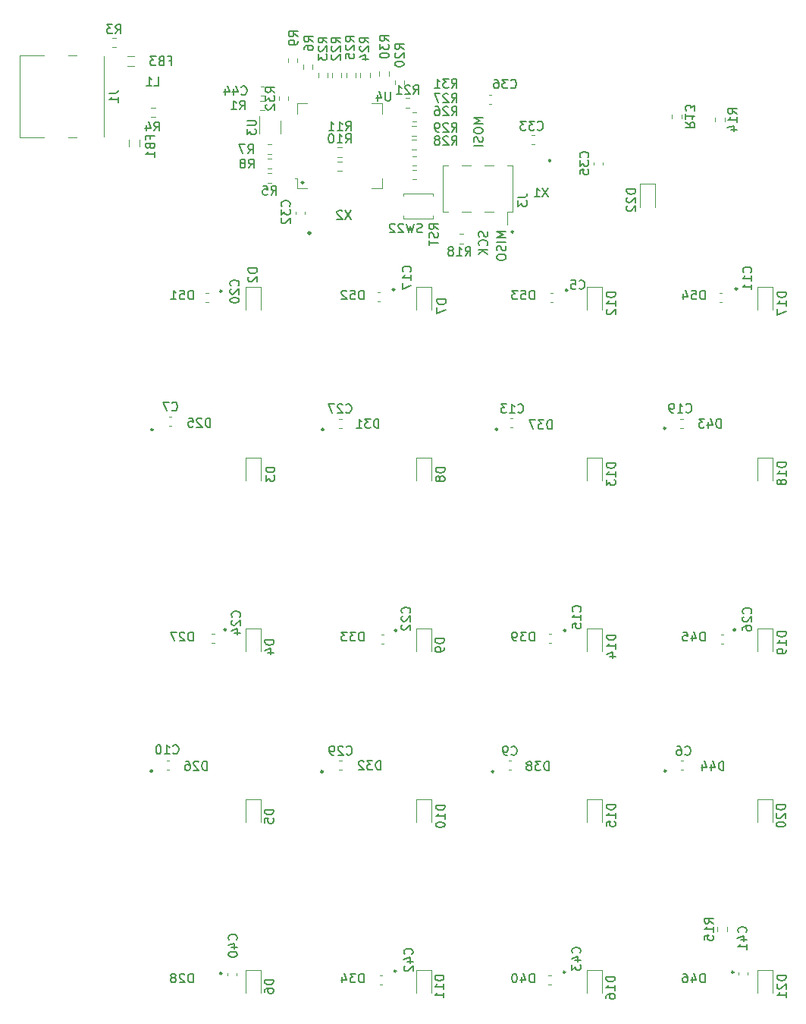
<source format=gbr>
%TF.GenerationSoftware,KiCad,Pcbnew,(5.1.8)-1*%
%TF.CreationDate,2022-08-08T09:51:38+10:00*%
%TF.ProjectId,Macropad,4d616372-6f70-4616-942e-6b696361645f,rev?*%
%TF.SameCoordinates,Original*%
%TF.FileFunction,Legend,Bot*%
%TF.FilePolarity,Positive*%
%FSLAX46Y46*%
G04 Gerber Fmt 4.6, Leading zero omitted, Abs format (unit mm)*
G04 Created by KiCad (PCBNEW (5.1.8)-1) date 2022-08-08 09:51:38*
%MOMM*%
%LPD*%
G01*
G04 APERTURE LIST*
%ADD10C,0.150000*%
%ADD11C,0.250000*%
%ADD12C,0.120000*%
%ADD13C,0.300000*%
G04 APERTURE END LIST*
D10*
X92755980Y-75034971D02*
X91755980Y-75034971D01*
X92470266Y-75368304D01*
X91755980Y-75701638D01*
X92755980Y-75701638D01*
X91755980Y-76368304D02*
X91755980Y-76558780D01*
X91803600Y-76654019D01*
X91898838Y-76749257D01*
X92089314Y-76796876D01*
X92422647Y-76796876D01*
X92613123Y-76749257D01*
X92708361Y-76654019D01*
X92755980Y-76558780D01*
X92755980Y-76368304D01*
X92708361Y-76273066D01*
X92613123Y-76177828D01*
X92422647Y-76130209D01*
X92089314Y-76130209D01*
X91898838Y-76177828D01*
X91803600Y-76273066D01*
X91755980Y-76368304D01*
X92708361Y-77177828D02*
X92755980Y-77320685D01*
X92755980Y-77558780D01*
X92708361Y-77654019D01*
X92660742Y-77701638D01*
X92565504Y-77749257D01*
X92470266Y-77749257D01*
X92375028Y-77701638D01*
X92327409Y-77654019D01*
X92279790Y-77558780D01*
X92232171Y-77368304D01*
X92184552Y-77273066D01*
X92136933Y-77225447D01*
X92041695Y-77177828D01*
X91946457Y-77177828D01*
X91851219Y-77225447D01*
X91803600Y-77273066D01*
X91755980Y-77368304D01*
X91755980Y-77606400D01*
X91803600Y-77749257D01*
X92755980Y-78177828D02*
X91755980Y-78177828D01*
X95332380Y-87728571D02*
X94332380Y-87728571D01*
X95046666Y-88061904D01*
X94332380Y-88395238D01*
X95332380Y-88395238D01*
X95332380Y-88871428D02*
X94332380Y-88871428D01*
X95284761Y-89300000D02*
X95332380Y-89442857D01*
X95332380Y-89680952D01*
X95284761Y-89776190D01*
X95237142Y-89823809D01*
X95141904Y-89871428D01*
X95046666Y-89871428D01*
X94951428Y-89823809D01*
X94903809Y-89776190D01*
X94856190Y-89680952D01*
X94808571Y-89490476D01*
X94760952Y-89395238D01*
X94713333Y-89347619D01*
X94618095Y-89300000D01*
X94522857Y-89300000D01*
X94427619Y-89347619D01*
X94380000Y-89395238D01*
X94332380Y-89490476D01*
X94332380Y-89728571D01*
X94380000Y-89871428D01*
X94332380Y-90490476D02*
X94332380Y-90680952D01*
X94380000Y-90776190D01*
X94475238Y-90871428D01*
X94665714Y-90919047D01*
X94999047Y-90919047D01*
X95189523Y-90871428D01*
X95284761Y-90776190D01*
X95332380Y-90680952D01*
X95332380Y-90490476D01*
X95284761Y-90395238D01*
X95189523Y-90300000D01*
X94999047Y-90252380D01*
X94665714Y-90252380D01*
X94475238Y-90300000D01*
X94380000Y-90395238D01*
X94332380Y-90490476D01*
X93254761Y-87715885D02*
X93302380Y-87858742D01*
X93302380Y-88096838D01*
X93254761Y-88192076D01*
X93207142Y-88239695D01*
X93111904Y-88287314D01*
X93016666Y-88287314D01*
X92921428Y-88239695D01*
X92873809Y-88192076D01*
X92826190Y-88096838D01*
X92778571Y-87906361D01*
X92730952Y-87811123D01*
X92683333Y-87763504D01*
X92588095Y-87715885D01*
X92492857Y-87715885D01*
X92397619Y-87763504D01*
X92350000Y-87811123D01*
X92302380Y-87906361D01*
X92302380Y-88144457D01*
X92350000Y-88287314D01*
X93207142Y-89287314D02*
X93254761Y-89239695D01*
X93302380Y-89096838D01*
X93302380Y-89001600D01*
X93254761Y-88858742D01*
X93159523Y-88763504D01*
X93064285Y-88715885D01*
X92873809Y-88668266D01*
X92730952Y-88668266D01*
X92540476Y-88715885D01*
X92445238Y-88763504D01*
X92350000Y-88858742D01*
X92302380Y-89001600D01*
X92302380Y-89096838D01*
X92350000Y-89239695D01*
X92397619Y-89287314D01*
X93302380Y-89715885D02*
X92302380Y-89715885D01*
X93302380Y-90287314D02*
X92730952Y-89858742D01*
X92302380Y-90287314D02*
X92873809Y-89715885D01*
X87762380Y-87462380D02*
X87286190Y-87129047D01*
X87762380Y-86890952D02*
X86762380Y-86890952D01*
X86762380Y-87271904D01*
X86810000Y-87367142D01*
X86857619Y-87414761D01*
X86952857Y-87462380D01*
X87095714Y-87462380D01*
X87190952Y-87414761D01*
X87238571Y-87367142D01*
X87286190Y-87271904D01*
X87286190Y-86890952D01*
X87714761Y-87843333D02*
X87762380Y-87986190D01*
X87762380Y-88224285D01*
X87714761Y-88319523D01*
X87667142Y-88367142D01*
X87571904Y-88414761D01*
X87476666Y-88414761D01*
X87381428Y-88367142D01*
X87333809Y-88319523D01*
X87286190Y-88224285D01*
X87238571Y-88033809D01*
X87190952Y-87938571D01*
X87143333Y-87890952D01*
X87048095Y-87843333D01*
X86952857Y-87843333D01*
X86857619Y-87890952D01*
X86810000Y-87938571D01*
X86762380Y-88033809D01*
X86762380Y-88271904D01*
X86810000Y-88414761D01*
X86762380Y-88700476D02*
X86762380Y-89271904D01*
X87762380Y-88986190D02*
X86762380Y-88986190D01*
D11*
X120762700Y-170345100D02*
G75*
G03*
X120762700Y-170345100I-100000J0D01*
G01*
X101954000Y-170345100D02*
G75*
G03*
X101954000Y-170345100I-100000J0D01*
G01*
X83069100Y-170205400D02*
G75*
G03*
X83069100Y-170205400I-100000J0D01*
G01*
X63612700Y-170472100D02*
G75*
G03*
X63612700Y-170472100I-100000J0D01*
G01*
X55853000Y-147904200D02*
G75*
G03*
X55853000Y-147904200I-100000J0D01*
G01*
X74890300Y-147967700D02*
G75*
G03*
X74890300Y-147967700I-100000J0D01*
G01*
X93978400Y-147929600D02*
G75*
G03*
X93978400Y-147929600I-100000J0D01*
G01*
X113218900Y-147904200D02*
G75*
G03*
X113218900Y-147904200I-100000J0D01*
G01*
X120953200Y-132143500D02*
G75*
G03*
X120953200Y-132143500I-100000J0D01*
G01*
X102004800Y-132232400D02*
G75*
G03*
X102004800Y-132232400I-100000J0D01*
G01*
X83132600Y-132207000D02*
G75*
G03*
X83132600Y-132207000I-100000J0D01*
G01*
X64069900Y-132143500D02*
G75*
G03*
X64069900Y-132143500I-100000J0D01*
G01*
X55916500Y-109816900D02*
G75*
G03*
X55916500Y-109816900I-100000J0D01*
G01*
X74991900Y-109816900D02*
G75*
G03*
X74991900Y-109816900I-100000J0D01*
G01*
X94384800Y-109791500D02*
G75*
G03*
X94384800Y-109791500I-100000J0D01*
G01*
X113168100Y-109664500D02*
G75*
G03*
X113168100Y-109664500I-100000J0D01*
G01*
X121156400Y-94119700D02*
G75*
G03*
X121156400Y-94119700I-100000J0D01*
G01*
X102220700Y-94272100D02*
G75*
G03*
X102220700Y-94272100I-100000J0D01*
G01*
X82891300Y-94195900D02*
G75*
G03*
X82891300Y-94195900I-100000J0D01*
G01*
X63612700Y-94373700D02*
G75*
G03*
X63612700Y-94373700I-100000J0D01*
G01*
X100328400Y-79832200D02*
G75*
G03*
X100328400Y-79832200I-100000J0D01*
G01*
X96170000Y-87730000D02*
G75*
G03*
X96170000Y-87730000I-100000J0D01*
G01*
X72731300Y-82257900D02*
G75*
G03*
X72731300Y-82257900I-100000J0D01*
G01*
D12*
%TO.C,U3*%
X70140000Y-75390000D02*
X70140000Y-76790000D01*
X67820000Y-76790000D02*
X67820000Y-74890000D01*
%TO.C,R32*%
X71022500Y-72637742D02*
X71022500Y-73112258D01*
X69977500Y-72637742D02*
X69977500Y-73112258D01*
%TO.C,C33*%
X98234420Y-76940000D02*
X98515580Y-76940000D01*
X98234420Y-77960000D02*
X98515580Y-77960000D01*
%TO.C,R31*%
X85342258Y-74397500D02*
X84867742Y-74397500D01*
X85342258Y-75442500D02*
X84867742Y-75442500D01*
%TO.C,R30*%
X82247500Y-70337258D02*
X82247500Y-69862742D01*
X81202500Y-70337258D02*
X81202500Y-69862742D01*
%TO.C,R21*%
X84612258Y-72857500D02*
X84137742Y-72857500D01*
X84612258Y-73902500D02*
X84137742Y-73902500D01*
%TO.C,R20*%
X82947500Y-70837742D02*
X82947500Y-71312258D01*
X83992500Y-70837742D02*
X83992500Y-71312258D01*
%TO.C,R11*%
X77033658Y-78369900D02*
X76559142Y-78369900D01*
X77033658Y-79414900D02*
X76559142Y-79414900D01*
%TO.C,R10*%
X77033658Y-79944700D02*
X76559142Y-79944700D01*
X77033658Y-80989700D02*
X76559142Y-80989700D01*
%TO.C,R9*%
X72047500Y-68887258D02*
X72047500Y-68412742D01*
X71002500Y-68887258D02*
X71002500Y-68412742D01*
%TO.C,R6*%
X73772500Y-69612258D02*
X73772500Y-69137742D01*
X72727500Y-69612258D02*
X72727500Y-69137742D01*
%TO.C,R5*%
X68717742Y-82272500D02*
X69192258Y-82272500D01*
X68717742Y-81227500D02*
X69192258Y-81227500D01*
%TO.C,SW22*%
X83864180Y-83458860D02*
X83864180Y-83758860D01*
X87164180Y-83758860D02*
X87164180Y-83458860D01*
X87164180Y-83458860D02*
X83864180Y-83458860D01*
X87164180Y-86258860D02*
X83864180Y-86258860D01*
X83864180Y-86258860D02*
X83864180Y-85958860D01*
X87164180Y-85958860D02*
X87164180Y-86258860D01*
%TO.C,C20*%
X62116580Y-95633000D02*
X61835420Y-95633000D01*
X62116580Y-94613000D02*
X61835420Y-94613000D01*
%TO.C,FB3*%
X53849622Y-68147000D02*
X53050378Y-68147000D01*
X53849622Y-69267000D02*
X53050378Y-69267000D01*
%TO.C,J3*%
X91442000Y-80346000D02*
X90422000Y-80346000D01*
X91442000Y-85546000D02*
X90422000Y-85546000D01*
X93982000Y-80346000D02*
X92962000Y-80346000D01*
X93982000Y-85546000D02*
X92962000Y-85546000D01*
X88902000Y-80346000D02*
X88332000Y-80346000D01*
X88902000Y-85546000D02*
X88332000Y-85546000D01*
X96072000Y-80346000D02*
X95502000Y-80346000D01*
X96072000Y-85546000D02*
X95502000Y-85546000D01*
X95502000Y-86986000D02*
X95502000Y-85546000D01*
X88332000Y-85546000D02*
X88332000Y-80346000D01*
X96072000Y-85546000D02*
X96072000Y-80346000D01*
%TO.C,U4*%
X81521500Y-73418500D02*
X81521500Y-74568500D01*
X80371500Y-73418500D02*
X81521500Y-73418500D01*
X72021500Y-73418500D02*
X72021500Y-74568500D01*
X73171500Y-73418500D02*
X72021500Y-73418500D01*
X81521500Y-82918500D02*
X81521500Y-81768500D01*
X80371500Y-82918500D02*
X81521500Y-82918500D01*
X72021500Y-81768500D02*
X71821500Y-81768500D01*
X72021500Y-82918500D02*
X72021500Y-81768500D01*
X73171500Y-82918500D02*
X72021500Y-82918500D01*
%TO.C,R1*%
X68392258Y-73137500D02*
X67917742Y-73137500D01*
X68392258Y-74182500D02*
X67917742Y-74182500D01*
%TO.C,C44*%
X68014420Y-72565600D02*
X68295580Y-72565600D01*
X68014420Y-71545600D02*
X68295580Y-71545600D01*
%TO.C,C43*%
X100368980Y-171731400D02*
X100087820Y-171731400D01*
X100368980Y-170711400D02*
X100087820Y-170711400D01*
%TO.C,C42*%
X81559980Y-171706000D02*
X81278820Y-171706000D01*
X81559980Y-170686000D02*
X81278820Y-170686000D01*
%TO.C,C41*%
X122328400Y-170344220D02*
X122328400Y-170625380D01*
X121308400Y-170344220D02*
X121308400Y-170625380D01*
%TO.C,C40*%
X65280000Y-170433420D02*
X65280000Y-170714580D01*
X64260000Y-170433420D02*
X64260000Y-170714580D01*
D13*
%TO.C,X2*%
X73489500Y-87877120D02*
G75*
G03*
X73489500Y-87877120I-100000J0D01*
G01*
D12*
%TO.C,R29*%
X85354698Y-79314780D02*
X84880182Y-79314780D01*
X85354698Y-80359780D02*
X84880182Y-80359780D01*
%TO.C,R28*%
X85354698Y-81919340D02*
X84880182Y-81919340D01*
X85354698Y-80874340D02*
X84880182Y-80874340D01*
%TO.C,R27*%
X85326758Y-75995000D02*
X84852242Y-75995000D01*
X85326758Y-77040000D02*
X84852242Y-77040000D01*
%TO.C,R26*%
X85326758Y-77519000D02*
X84852242Y-77519000D01*
X85326758Y-78564000D02*
X84852242Y-78564000D01*
%TO.C,R25*%
X77519000Y-70056742D02*
X77519000Y-70531258D01*
X78564000Y-70056742D02*
X78564000Y-70531258D01*
%TO.C,R24*%
X79106500Y-70056742D02*
X79106500Y-70531258D01*
X80151500Y-70056742D02*
X80151500Y-70531258D01*
%TO.C,R23*%
X74407500Y-70056742D02*
X74407500Y-70531258D01*
X75452500Y-70056742D02*
X75452500Y-70531258D01*
%TO.C,R22*%
X75931500Y-70056742D02*
X75931500Y-70531258D01*
X76976500Y-70056742D02*
X76976500Y-70531258D01*
%TO.C,R13*%
X114949500Y-75128658D02*
X114949500Y-74654142D01*
X113904500Y-75128658D02*
X113904500Y-74654142D01*
%TO.C,R8*%
X69187758Y-79617500D02*
X68713242Y-79617500D01*
X69187758Y-80662500D02*
X68713242Y-80662500D01*
%TO.C,R7*%
X69188758Y-78030000D02*
X68714242Y-78030000D01*
X69188758Y-79075000D02*
X68714242Y-79075000D01*
%TO.C,R4*%
X56182258Y-73937500D02*
X55707742Y-73937500D01*
X56182258Y-74982500D02*
X55707742Y-74982500D01*
%TO.C,R3*%
X51824158Y-66101700D02*
X51349642Y-66101700D01*
X51824158Y-67146700D02*
X51349642Y-67146700D01*
%TO.C,J1*%
X41054000Y-77248500D02*
X41054000Y-68058500D01*
X50464000Y-77128500D02*
X50464000Y-68178500D01*
X43784000Y-68058500D02*
X41054000Y-68058500D01*
X43784000Y-77248500D02*
X41054000Y-77248500D01*
X47384000Y-68058500D02*
X46484000Y-68058500D01*
X47384000Y-77248500D02*
X46484000Y-77248500D01*
%TO.C,FB1*%
X54395300Y-78246322D02*
X54395300Y-77447078D01*
X53275300Y-78246322D02*
X53275300Y-77447078D01*
%TO.C,D22*%
X111990240Y-82426680D02*
X111990240Y-84976680D01*
X110290240Y-82426680D02*
X110290240Y-84976680D01*
X110290240Y-82426680D02*
X111990240Y-82426680D01*
%TO.C,D21*%
X125105240Y-170112680D02*
X125105240Y-172662680D01*
X123405240Y-170112680D02*
X123405240Y-172662680D01*
X123405240Y-170112680D02*
X125105240Y-170112680D01*
%TO.C,D20*%
X125105240Y-151062680D02*
X125105240Y-153612680D01*
X123405240Y-151062680D02*
X123405240Y-153612680D01*
X123405240Y-151062680D02*
X125105240Y-151062680D01*
%TO.C,D19*%
X125105240Y-132012680D02*
X125105240Y-134562680D01*
X123405240Y-132012680D02*
X123405240Y-134562680D01*
X123405240Y-132012680D02*
X125105240Y-132012680D01*
%TO.C,D18*%
X125105240Y-112962680D02*
X125105240Y-115512680D01*
X123405240Y-112962680D02*
X123405240Y-115512680D01*
X123405240Y-112962680D02*
X125105240Y-112962680D01*
%TO.C,D17*%
X125105240Y-93912680D02*
X125105240Y-96462680D01*
X123405240Y-93912680D02*
X123405240Y-96462680D01*
X123405240Y-93912680D02*
X125105240Y-93912680D01*
%TO.C,D16*%
X106055240Y-170112680D02*
X106055240Y-172662680D01*
X104355240Y-170112680D02*
X104355240Y-172662680D01*
X104355240Y-170112680D02*
X106055240Y-170112680D01*
%TO.C,D15*%
X106055240Y-151062680D02*
X106055240Y-153612680D01*
X104355240Y-151062680D02*
X104355240Y-153612680D01*
X104355240Y-151062680D02*
X106055240Y-151062680D01*
%TO.C,D14*%
X106055240Y-132012680D02*
X106055240Y-134562680D01*
X104355240Y-132012680D02*
X104355240Y-134562680D01*
X104355240Y-132012680D02*
X106055240Y-132012680D01*
%TO.C,D13*%
X106055240Y-112962680D02*
X106055240Y-115512680D01*
X104355240Y-112962680D02*
X104355240Y-115512680D01*
X104355240Y-112962680D02*
X106055240Y-112962680D01*
%TO.C,D12*%
X106055240Y-93912680D02*
X106055240Y-96462680D01*
X104355240Y-93912680D02*
X104355240Y-96462680D01*
X104355240Y-93912680D02*
X106055240Y-93912680D01*
%TO.C,D11*%
X87005240Y-170112680D02*
X87005240Y-172662680D01*
X85305240Y-170112680D02*
X85305240Y-172662680D01*
X85305240Y-170112680D02*
X87005240Y-170112680D01*
%TO.C,D10*%
X87005240Y-151062680D02*
X87005240Y-153612680D01*
X85305240Y-151062680D02*
X85305240Y-153612680D01*
X85305240Y-151062680D02*
X87005240Y-151062680D01*
%TO.C,D9*%
X87005240Y-132012680D02*
X87005240Y-134562680D01*
X85305240Y-132012680D02*
X85305240Y-134562680D01*
X85305240Y-132012680D02*
X87005240Y-132012680D01*
%TO.C,D8*%
X87005240Y-112962680D02*
X87005240Y-115512680D01*
X85305240Y-112962680D02*
X85305240Y-115512680D01*
X85305240Y-112962680D02*
X87005240Y-112962680D01*
%TO.C,D7*%
X87005240Y-93912680D02*
X87005240Y-96462680D01*
X85305240Y-93912680D02*
X85305240Y-96462680D01*
X85305240Y-93912680D02*
X87005240Y-93912680D01*
%TO.C,D6*%
X67955240Y-170112680D02*
X67955240Y-172662680D01*
X66255240Y-170112680D02*
X66255240Y-172662680D01*
X66255240Y-170112680D02*
X67955240Y-170112680D01*
%TO.C,D5*%
X66255240Y-151062680D02*
X67955240Y-151062680D01*
X66255240Y-151062680D02*
X66255240Y-153612680D01*
X67955240Y-151062680D02*
X67955240Y-153612680D01*
%TO.C,D4*%
X67955240Y-132012680D02*
X67955240Y-134562680D01*
X66255240Y-132012680D02*
X66255240Y-134562680D01*
X66255240Y-132012680D02*
X67955240Y-132012680D01*
%TO.C,D3*%
X67955240Y-112962680D02*
X67955240Y-115512680D01*
X66255240Y-112962680D02*
X66255240Y-115512680D01*
X66255240Y-112962680D02*
X67955240Y-112962680D01*
%TO.C,D2*%
X67955240Y-93912680D02*
X67955240Y-96462680D01*
X66255240Y-93912680D02*
X66255240Y-96462680D01*
X66255240Y-93912680D02*
X67955240Y-93912680D01*
%TO.C,R18*%
X90127742Y-87997500D02*
X90602258Y-87997500D01*
X90127742Y-89042500D02*
X90602258Y-89042500D01*
%TO.C,R15*%
X118959100Y-165307742D02*
X118959100Y-165782258D01*
X120004100Y-165307742D02*
X120004100Y-165782258D01*
%TO.C,R14*%
X118730500Y-75472058D02*
X118730500Y-74997542D01*
X119775500Y-75472058D02*
X119775500Y-74997542D01*
%TO.C,C36*%
X93469420Y-72460000D02*
X93750580Y-72460000D01*
X93469420Y-73480000D02*
X93750580Y-73480000D01*
%TO.C,C35*%
X106174000Y-80264580D02*
X106174000Y-79983420D01*
X105154000Y-80264580D02*
X105154000Y-79983420D01*
%TO.C,C32*%
X71880000Y-85801780D02*
X71880000Y-85520620D01*
X72900000Y-85801780D02*
X72900000Y-85520620D01*
%TO.C,C29*%
X76732820Y-147728400D02*
X77013980Y-147728400D01*
X76732820Y-146708400D02*
X77013980Y-146708400D01*
%TO.C,C27*%
X76732820Y-109628400D02*
X77013980Y-109628400D01*
X76732820Y-108608400D02*
X77013980Y-108608400D01*
%TO.C,C26*%
X119660280Y-132687600D02*
X119379120Y-132687600D01*
X119660280Y-133707600D02*
X119379120Y-133707600D01*
%TO.C,C24*%
X62789380Y-132636800D02*
X62508220Y-132636800D01*
X62789380Y-133656800D02*
X62508220Y-133656800D01*
%TO.C,C22*%
X81686980Y-132662200D02*
X81405820Y-132662200D01*
X81686980Y-133682200D02*
X81405820Y-133682200D01*
%TO.C,C19*%
X114832820Y-109628400D02*
X115113980Y-109628400D01*
X114832820Y-108608400D02*
X115113980Y-108608400D01*
%TO.C,C17*%
X81305980Y-94536800D02*
X81024820Y-94536800D01*
X81305980Y-95556800D02*
X81024820Y-95556800D01*
%TO.C,C15*%
X100432180Y-132636800D02*
X100151020Y-132636800D01*
X100432180Y-133656800D02*
X100151020Y-133656800D01*
%TO.C,C13*%
X95833620Y-109577600D02*
X96114780Y-109577600D01*
X95833620Y-108557600D02*
X96114780Y-108557600D01*
%TO.C,C11*%
X119482180Y-94600300D02*
X119201020Y-94600300D01*
X119482180Y-95620300D02*
X119201020Y-95620300D01*
%TO.C,C10*%
X57479620Y-147779200D02*
X57760780Y-147779200D01*
X57479620Y-146759200D02*
X57760780Y-146759200D01*
%TO.C,C9*%
X95630420Y-147779200D02*
X95911580Y-147779200D01*
X95630420Y-146759200D02*
X95911580Y-146759200D01*
%TO.C,C7*%
X57733620Y-109425200D02*
X58014780Y-109425200D01*
X57733620Y-108405200D02*
X58014780Y-108405200D01*
%TO.C,C6*%
X114883620Y-147779200D02*
X115164780Y-147779200D01*
X114883620Y-146759200D02*
X115164780Y-146759200D01*
%TO.C,C5*%
X100597280Y-94600300D02*
X100316120Y-94600300D01*
X100597280Y-95620300D02*
X100316120Y-95620300D01*
%TO.C,U3*%
D10*
X66432380Y-75328095D02*
X67241904Y-75328095D01*
X67337142Y-75375714D01*
X67384761Y-75423333D01*
X67432380Y-75518571D01*
X67432380Y-75709047D01*
X67384761Y-75804285D01*
X67337142Y-75851904D01*
X67241904Y-75899523D01*
X66432380Y-75899523D01*
X66432380Y-76280476D02*
X66432380Y-76899523D01*
X66813333Y-76566190D01*
X66813333Y-76709047D01*
X66860952Y-76804285D01*
X66908571Y-76851904D01*
X67003809Y-76899523D01*
X67241904Y-76899523D01*
X67337142Y-76851904D01*
X67384761Y-76804285D01*
X67432380Y-76709047D01*
X67432380Y-76423333D01*
X67384761Y-76328095D01*
X67337142Y-76280476D01*
%TO.C,R32*%
X69522380Y-72232142D02*
X69046190Y-71898809D01*
X69522380Y-71660714D02*
X68522380Y-71660714D01*
X68522380Y-72041666D01*
X68570000Y-72136904D01*
X68617619Y-72184523D01*
X68712857Y-72232142D01*
X68855714Y-72232142D01*
X68950952Y-72184523D01*
X68998571Y-72136904D01*
X69046190Y-72041666D01*
X69046190Y-71660714D01*
X68522380Y-72565476D02*
X68522380Y-73184523D01*
X68903333Y-72851190D01*
X68903333Y-72994047D01*
X68950952Y-73089285D01*
X68998571Y-73136904D01*
X69093809Y-73184523D01*
X69331904Y-73184523D01*
X69427142Y-73136904D01*
X69474761Y-73089285D01*
X69522380Y-72994047D01*
X69522380Y-72708333D01*
X69474761Y-72613095D01*
X69427142Y-72565476D01*
X68617619Y-73565476D02*
X68570000Y-73613095D01*
X68522380Y-73708333D01*
X68522380Y-73946428D01*
X68570000Y-74041666D01*
X68617619Y-74089285D01*
X68712857Y-74136904D01*
X68808095Y-74136904D01*
X68950952Y-74089285D01*
X69522380Y-73517857D01*
X69522380Y-74136904D01*
%TO.C,C33*%
X98865157Y-76333942D02*
X98912776Y-76381561D01*
X99055633Y-76429180D01*
X99150871Y-76429180D01*
X99293728Y-76381561D01*
X99388966Y-76286323D01*
X99436585Y-76191085D01*
X99484204Y-76000609D01*
X99484204Y-75857752D01*
X99436585Y-75667276D01*
X99388966Y-75572038D01*
X99293728Y-75476800D01*
X99150871Y-75429180D01*
X99055633Y-75429180D01*
X98912776Y-75476800D01*
X98865157Y-75524419D01*
X98531823Y-75429180D02*
X97912776Y-75429180D01*
X98246109Y-75810133D01*
X98103252Y-75810133D01*
X98008014Y-75857752D01*
X97960395Y-75905371D01*
X97912776Y-76000609D01*
X97912776Y-76238704D01*
X97960395Y-76333942D01*
X98008014Y-76381561D01*
X98103252Y-76429180D01*
X98388966Y-76429180D01*
X98484204Y-76381561D01*
X98531823Y-76333942D01*
X97579442Y-75429180D02*
X96960395Y-75429180D01*
X97293728Y-75810133D01*
X97150871Y-75810133D01*
X97055633Y-75857752D01*
X97008014Y-75905371D01*
X96960395Y-76000609D01*
X96960395Y-76238704D01*
X97008014Y-76333942D01*
X97055633Y-76381561D01*
X97150871Y-76429180D01*
X97436585Y-76429180D01*
X97531823Y-76381561D01*
X97579442Y-76333942D01*
%TO.C,D54*%
X117551365Y-95301060D02*
X117551365Y-94301060D01*
X117313270Y-94301060D01*
X117170413Y-94348680D01*
X117075175Y-94443918D01*
X117027556Y-94539156D01*
X116979937Y-94729632D01*
X116979937Y-94872489D01*
X117027556Y-95062965D01*
X117075175Y-95158203D01*
X117170413Y-95253441D01*
X117313270Y-95301060D01*
X117551365Y-95301060D01*
X116075175Y-94301060D02*
X116551365Y-94301060D01*
X116598984Y-94777251D01*
X116551365Y-94729632D01*
X116456127Y-94682013D01*
X116218032Y-94682013D01*
X116122794Y-94729632D01*
X116075175Y-94777251D01*
X116027556Y-94872489D01*
X116027556Y-95110584D01*
X116075175Y-95205822D01*
X116122794Y-95253441D01*
X116218032Y-95301060D01*
X116456127Y-95301060D01*
X116551365Y-95253441D01*
X116598984Y-95205822D01*
X115170413Y-94634394D02*
X115170413Y-95301060D01*
X115408508Y-94253441D02*
X115646603Y-94967727D01*
X115027556Y-94967727D01*
%TO.C,D53*%
X98501365Y-95301060D02*
X98501365Y-94301060D01*
X98263270Y-94301060D01*
X98120413Y-94348680D01*
X98025175Y-94443918D01*
X97977556Y-94539156D01*
X97929937Y-94729632D01*
X97929937Y-94872489D01*
X97977556Y-95062965D01*
X98025175Y-95158203D01*
X98120413Y-95253441D01*
X98263270Y-95301060D01*
X98501365Y-95301060D01*
X97025175Y-94301060D02*
X97501365Y-94301060D01*
X97548984Y-94777251D01*
X97501365Y-94729632D01*
X97406127Y-94682013D01*
X97168032Y-94682013D01*
X97072794Y-94729632D01*
X97025175Y-94777251D01*
X96977556Y-94872489D01*
X96977556Y-95110584D01*
X97025175Y-95205822D01*
X97072794Y-95253441D01*
X97168032Y-95301060D01*
X97406127Y-95301060D01*
X97501365Y-95253441D01*
X97548984Y-95205822D01*
X96644222Y-94301060D02*
X96025175Y-94301060D01*
X96358508Y-94682013D01*
X96215651Y-94682013D01*
X96120413Y-94729632D01*
X96072794Y-94777251D01*
X96025175Y-94872489D01*
X96025175Y-95110584D01*
X96072794Y-95205822D01*
X96120413Y-95253441D01*
X96215651Y-95301060D01*
X96501365Y-95301060D01*
X96596603Y-95253441D01*
X96644222Y-95205822D01*
%TO.C,D52*%
X79451365Y-95301060D02*
X79451365Y-94301060D01*
X79213270Y-94301060D01*
X79070413Y-94348680D01*
X78975175Y-94443918D01*
X78927556Y-94539156D01*
X78879937Y-94729632D01*
X78879937Y-94872489D01*
X78927556Y-95062965D01*
X78975175Y-95158203D01*
X79070413Y-95253441D01*
X79213270Y-95301060D01*
X79451365Y-95301060D01*
X77975175Y-94301060D02*
X78451365Y-94301060D01*
X78498984Y-94777251D01*
X78451365Y-94729632D01*
X78356127Y-94682013D01*
X78118032Y-94682013D01*
X78022794Y-94729632D01*
X77975175Y-94777251D01*
X77927556Y-94872489D01*
X77927556Y-95110584D01*
X77975175Y-95205822D01*
X78022794Y-95253441D01*
X78118032Y-95301060D01*
X78356127Y-95301060D01*
X78451365Y-95253441D01*
X78498984Y-95205822D01*
X77546603Y-94396299D02*
X77498984Y-94348680D01*
X77403746Y-94301060D01*
X77165651Y-94301060D01*
X77070413Y-94348680D01*
X77022794Y-94396299D01*
X76975175Y-94491537D01*
X76975175Y-94586775D01*
X77022794Y-94729632D01*
X77594222Y-95301060D01*
X76975175Y-95301060D01*
%TO.C,D51*%
X60401365Y-95301060D02*
X60401365Y-94301060D01*
X60163270Y-94301060D01*
X60020413Y-94348680D01*
X59925175Y-94443918D01*
X59877556Y-94539156D01*
X59829937Y-94729632D01*
X59829937Y-94872489D01*
X59877556Y-95062965D01*
X59925175Y-95158203D01*
X60020413Y-95253441D01*
X60163270Y-95301060D01*
X60401365Y-95301060D01*
X58925175Y-94301060D02*
X59401365Y-94301060D01*
X59448984Y-94777251D01*
X59401365Y-94729632D01*
X59306127Y-94682013D01*
X59068032Y-94682013D01*
X58972794Y-94729632D01*
X58925175Y-94777251D01*
X58877556Y-94872489D01*
X58877556Y-95110584D01*
X58925175Y-95205822D01*
X58972794Y-95253441D01*
X59068032Y-95301060D01*
X59306127Y-95301060D01*
X59401365Y-95253441D01*
X59448984Y-95205822D01*
X57925175Y-95301060D02*
X58496603Y-95301060D01*
X58210889Y-95301060D02*
X58210889Y-94301060D01*
X58306127Y-94443918D01*
X58401365Y-94539156D01*
X58496603Y-94586775D01*
%TO.C,D46*%
X117551365Y-171501060D02*
X117551365Y-170501060D01*
X117313270Y-170501060D01*
X117170413Y-170548680D01*
X117075175Y-170643918D01*
X117027556Y-170739156D01*
X116979937Y-170929632D01*
X116979937Y-171072489D01*
X117027556Y-171262965D01*
X117075175Y-171358203D01*
X117170413Y-171453441D01*
X117313270Y-171501060D01*
X117551365Y-171501060D01*
X116122794Y-170834394D02*
X116122794Y-171501060D01*
X116360889Y-170453441D02*
X116598984Y-171167727D01*
X115979937Y-171167727D01*
X115170413Y-170501060D02*
X115360889Y-170501060D01*
X115456127Y-170548680D01*
X115503746Y-170596299D01*
X115598984Y-170739156D01*
X115646603Y-170929632D01*
X115646603Y-171310584D01*
X115598984Y-171405822D01*
X115551365Y-171453441D01*
X115456127Y-171501060D01*
X115265651Y-171501060D01*
X115170413Y-171453441D01*
X115122794Y-171405822D01*
X115075175Y-171310584D01*
X115075175Y-171072489D01*
X115122794Y-170977251D01*
X115170413Y-170929632D01*
X115265651Y-170882013D01*
X115456127Y-170882013D01*
X115551365Y-170929632D01*
X115598984Y-170977251D01*
X115646603Y-171072489D01*
%TO.C,D45*%
X117551365Y-133401060D02*
X117551365Y-132401060D01*
X117313270Y-132401060D01*
X117170413Y-132448680D01*
X117075175Y-132543918D01*
X117027556Y-132639156D01*
X116979937Y-132829632D01*
X116979937Y-132972489D01*
X117027556Y-133162965D01*
X117075175Y-133258203D01*
X117170413Y-133353441D01*
X117313270Y-133401060D01*
X117551365Y-133401060D01*
X116122794Y-132734394D02*
X116122794Y-133401060D01*
X116360889Y-132353441D02*
X116598984Y-133067727D01*
X115979937Y-133067727D01*
X115122794Y-132401060D02*
X115598984Y-132401060D01*
X115646603Y-132877251D01*
X115598984Y-132829632D01*
X115503746Y-132782013D01*
X115265651Y-132782013D01*
X115170413Y-132829632D01*
X115122794Y-132877251D01*
X115075175Y-132972489D01*
X115075175Y-133210584D01*
X115122794Y-133305822D01*
X115170413Y-133353441D01*
X115265651Y-133401060D01*
X115503746Y-133401060D01*
X115598984Y-133353441D01*
X115646603Y-133305822D01*
%TO.C,D44*%
X119654285Y-147822380D02*
X119654285Y-146822380D01*
X119416190Y-146822380D01*
X119273333Y-146870000D01*
X119178095Y-146965238D01*
X119130476Y-147060476D01*
X119082857Y-147250952D01*
X119082857Y-147393809D01*
X119130476Y-147584285D01*
X119178095Y-147679523D01*
X119273333Y-147774761D01*
X119416190Y-147822380D01*
X119654285Y-147822380D01*
X118225714Y-147155714D02*
X118225714Y-147822380D01*
X118463809Y-146774761D02*
X118701904Y-147489047D01*
X118082857Y-147489047D01*
X117273333Y-147155714D02*
X117273333Y-147822380D01*
X117511428Y-146774761D02*
X117749523Y-147489047D01*
X117130476Y-147489047D01*
%TO.C,D43*%
X119354285Y-109622380D02*
X119354285Y-108622380D01*
X119116190Y-108622380D01*
X118973333Y-108670000D01*
X118878095Y-108765238D01*
X118830476Y-108860476D01*
X118782857Y-109050952D01*
X118782857Y-109193809D01*
X118830476Y-109384285D01*
X118878095Y-109479523D01*
X118973333Y-109574761D01*
X119116190Y-109622380D01*
X119354285Y-109622380D01*
X117925714Y-108955714D02*
X117925714Y-109622380D01*
X118163809Y-108574761D02*
X118401904Y-109289047D01*
X117782857Y-109289047D01*
X117497142Y-108622380D02*
X116878095Y-108622380D01*
X117211428Y-109003333D01*
X117068571Y-109003333D01*
X116973333Y-109050952D01*
X116925714Y-109098571D01*
X116878095Y-109193809D01*
X116878095Y-109431904D01*
X116925714Y-109527142D01*
X116973333Y-109574761D01*
X117068571Y-109622380D01*
X117354285Y-109622380D01*
X117449523Y-109574761D01*
X117497142Y-109527142D01*
%TO.C,D40*%
X98501365Y-171501060D02*
X98501365Y-170501060D01*
X98263270Y-170501060D01*
X98120413Y-170548680D01*
X98025175Y-170643918D01*
X97977556Y-170739156D01*
X97929937Y-170929632D01*
X97929937Y-171072489D01*
X97977556Y-171262965D01*
X98025175Y-171358203D01*
X98120413Y-171453441D01*
X98263270Y-171501060D01*
X98501365Y-171501060D01*
X97072794Y-170834394D02*
X97072794Y-171501060D01*
X97310889Y-170453441D02*
X97548984Y-171167727D01*
X96929937Y-171167727D01*
X96358508Y-170501060D02*
X96263270Y-170501060D01*
X96168032Y-170548680D01*
X96120413Y-170596299D01*
X96072794Y-170691537D01*
X96025175Y-170882013D01*
X96025175Y-171120108D01*
X96072794Y-171310584D01*
X96120413Y-171405822D01*
X96168032Y-171453441D01*
X96263270Y-171501060D01*
X96358508Y-171501060D01*
X96453746Y-171453441D01*
X96501365Y-171405822D01*
X96548984Y-171310584D01*
X96596603Y-171120108D01*
X96596603Y-170882013D01*
X96548984Y-170691537D01*
X96501365Y-170596299D01*
X96453746Y-170548680D01*
X96358508Y-170501060D01*
%TO.C,D39*%
X98501365Y-133401060D02*
X98501365Y-132401060D01*
X98263270Y-132401060D01*
X98120413Y-132448680D01*
X98025175Y-132543918D01*
X97977556Y-132639156D01*
X97929937Y-132829632D01*
X97929937Y-132972489D01*
X97977556Y-133162965D01*
X98025175Y-133258203D01*
X98120413Y-133353441D01*
X98263270Y-133401060D01*
X98501365Y-133401060D01*
X97596603Y-132401060D02*
X96977556Y-132401060D01*
X97310889Y-132782013D01*
X97168032Y-132782013D01*
X97072794Y-132829632D01*
X97025175Y-132877251D01*
X96977556Y-132972489D01*
X96977556Y-133210584D01*
X97025175Y-133305822D01*
X97072794Y-133353441D01*
X97168032Y-133401060D01*
X97453746Y-133401060D01*
X97548984Y-133353441D01*
X97596603Y-133305822D01*
X96501365Y-133401060D02*
X96310889Y-133401060D01*
X96215651Y-133353441D01*
X96168032Y-133305822D01*
X96072794Y-133162965D01*
X96025175Y-132972489D01*
X96025175Y-132591537D01*
X96072794Y-132496299D01*
X96120413Y-132448680D01*
X96215651Y-132401060D01*
X96406127Y-132401060D01*
X96501365Y-132448680D01*
X96548984Y-132496299D01*
X96596603Y-132591537D01*
X96596603Y-132829632D01*
X96548984Y-132924870D01*
X96501365Y-132972489D01*
X96406127Y-133020108D01*
X96215651Y-133020108D01*
X96120413Y-132972489D01*
X96072794Y-132924870D01*
X96025175Y-132829632D01*
%TO.C,D38*%
X100124285Y-147822380D02*
X100124285Y-146822380D01*
X99886190Y-146822380D01*
X99743333Y-146870000D01*
X99648095Y-146965238D01*
X99600476Y-147060476D01*
X99552857Y-147250952D01*
X99552857Y-147393809D01*
X99600476Y-147584285D01*
X99648095Y-147679523D01*
X99743333Y-147774761D01*
X99886190Y-147822380D01*
X100124285Y-147822380D01*
X99219523Y-146822380D02*
X98600476Y-146822380D01*
X98933809Y-147203333D01*
X98790952Y-147203333D01*
X98695714Y-147250952D01*
X98648095Y-147298571D01*
X98600476Y-147393809D01*
X98600476Y-147631904D01*
X98648095Y-147727142D01*
X98695714Y-147774761D01*
X98790952Y-147822380D01*
X99076666Y-147822380D01*
X99171904Y-147774761D01*
X99219523Y-147727142D01*
X98029047Y-147250952D02*
X98124285Y-147203333D01*
X98171904Y-147155714D01*
X98219523Y-147060476D01*
X98219523Y-147012857D01*
X98171904Y-146917619D01*
X98124285Y-146870000D01*
X98029047Y-146822380D01*
X97838571Y-146822380D01*
X97743333Y-146870000D01*
X97695714Y-146917619D01*
X97648095Y-147012857D01*
X97648095Y-147060476D01*
X97695714Y-147155714D01*
X97743333Y-147203333D01*
X97838571Y-147250952D01*
X98029047Y-147250952D01*
X98124285Y-147298571D01*
X98171904Y-147346190D01*
X98219523Y-147441428D01*
X98219523Y-147631904D01*
X98171904Y-147727142D01*
X98124285Y-147774761D01*
X98029047Y-147822380D01*
X97838571Y-147822380D01*
X97743333Y-147774761D01*
X97695714Y-147727142D01*
X97648095Y-147631904D01*
X97648095Y-147441428D01*
X97695714Y-147346190D01*
X97743333Y-147298571D01*
X97838571Y-147250952D01*
%TO.C,D37*%
X100464285Y-109762380D02*
X100464285Y-108762380D01*
X100226190Y-108762380D01*
X100083333Y-108810000D01*
X99988095Y-108905238D01*
X99940476Y-109000476D01*
X99892857Y-109190952D01*
X99892857Y-109333809D01*
X99940476Y-109524285D01*
X99988095Y-109619523D01*
X100083333Y-109714761D01*
X100226190Y-109762380D01*
X100464285Y-109762380D01*
X99559523Y-108762380D02*
X98940476Y-108762380D01*
X99273809Y-109143333D01*
X99130952Y-109143333D01*
X99035714Y-109190952D01*
X98988095Y-109238571D01*
X98940476Y-109333809D01*
X98940476Y-109571904D01*
X98988095Y-109667142D01*
X99035714Y-109714761D01*
X99130952Y-109762380D01*
X99416666Y-109762380D01*
X99511904Y-109714761D01*
X99559523Y-109667142D01*
X98607142Y-108762380D02*
X97940476Y-108762380D01*
X98369047Y-109762380D01*
%TO.C,D34*%
X79451365Y-171501060D02*
X79451365Y-170501060D01*
X79213270Y-170501060D01*
X79070413Y-170548680D01*
X78975175Y-170643918D01*
X78927556Y-170739156D01*
X78879937Y-170929632D01*
X78879937Y-171072489D01*
X78927556Y-171262965D01*
X78975175Y-171358203D01*
X79070413Y-171453441D01*
X79213270Y-171501060D01*
X79451365Y-171501060D01*
X78546603Y-170501060D02*
X77927556Y-170501060D01*
X78260889Y-170882013D01*
X78118032Y-170882013D01*
X78022794Y-170929632D01*
X77975175Y-170977251D01*
X77927556Y-171072489D01*
X77927556Y-171310584D01*
X77975175Y-171405822D01*
X78022794Y-171453441D01*
X78118032Y-171501060D01*
X78403746Y-171501060D01*
X78498984Y-171453441D01*
X78546603Y-171405822D01*
X77070413Y-170834394D02*
X77070413Y-171501060D01*
X77308508Y-170453441D02*
X77546603Y-171167727D01*
X76927556Y-171167727D01*
%TO.C,D33*%
X79451365Y-133401060D02*
X79451365Y-132401060D01*
X79213270Y-132401060D01*
X79070413Y-132448680D01*
X78975175Y-132543918D01*
X78927556Y-132639156D01*
X78879937Y-132829632D01*
X78879937Y-132972489D01*
X78927556Y-133162965D01*
X78975175Y-133258203D01*
X79070413Y-133353441D01*
X79213270Y-133401060D01*
X79451365Y-133401060D01*
X78546603Y-132401060D02*
X77927556Y-132401060D01*
X78260889Y-132782013D01*
X78118032Y-132782013D01*
X78022794Y-132829632D01*
X77975175Y-132877251D01*
X77927556Y-132972489D01*
X77927556Y-133210584D01*
X77975175Y-133305822D01*
X78022794Y-133353441D01*
X78118032Y-133401060D01*
X78403746Y-133401060D01*
X78498984Y-133353441D01*
X78546603Y-133305822D01*
X77594222Y-132401060D02*
X76975175Y-132401060D01*
X77308508Y-132782013D01*
X77165651Y-132782013D01*
X77070413Y-132829632D01*
X77022794Y-132877251D01*
X76975175Y-132972489D01*
X76975175Y-133210584D01*
X77022794Y-133305822D01*
X77070413Y-133353441D01*
X77165651Y-133401060D01*
X77451365Y-133401060D01*
X77546603Y-133353441D01*
X77594222Y-133305822D01*
%TO.C,D32*%
X81364285Y-147772380D02*
X81364285Y-146772380D01*
X81126190Y-146772380D01*
X80983333Y-146820000D01*
X80888095Y-146915238D01*
X80840476Y-147010476D01*
X80792857Y-147200952D01*
X80792857Y-147343809D01*
X80840476Y-147534285D01*
X80888095Y-147629523D01*
X80983333Y-147724761D01*
X81126190Y-147772380D01*
X81364285Y-147772380D01*
X80459523Y-146772380D02*
X79840476Y-146772380D01*
X80173809Y-147153333D01*
X80030952Y-147153333D01*
X79935714Y-147200952D01*
X79888095Y-147248571D01*
X79840476Y-147343809D01*
X79840476Y-147581904D01*
X79888095Y-147677142D01*
X79935714Y-147724761D01*
X80030952Y-147772380D01*
X80316666Y-147772380D01*
X80411904Y-147724761D01*
X80459523Y-147677142D01*
X79459523Y-146867619D02*
X79411904Y-146820000D01*
X79316666Y-146772380D01*
X79078571Y-146772380D01*
X78983333Y-146820000D01*
X78935714Y-146867619D01*
X78888095Y-146962857D01*
X78888095Y-147058095D01*
X78935714Y-147200952D01*
X79507142Y-147772380D01*
X78888095Y-147772380D01*
%TO.C,D31*%
X81134285Y-109632380D02*
X81134285Y-108632380D01*
X80896190Y-108632380D01*
X80753333Y-108680000D01*
X80658095Y-108775238D01*
X80610476Y-108870476D01*
X80562857Y-109060952D01*
X80562857Y-109203809D01*
X80610476Y-109394285D01*
X80658095Y-109489523D01*
X80753333Y-109584761D01*
X80896190Y-109632380D01*
X81134285Y-109632380D01*
X80229523Y-108632380D02*
X79610476Y-108632380D01*
X79943809Y-109013333D01*
X79800952Y-109013333D01*
X79705714Y-109060952D01*
X79658095Y-109108571D01*
X79610476Y-109203809D01*
X79610476Y-109441904D01*
X79658095Y-109537142D01*
X79705714Y-109584761D01*
X79800952Y-109632380D01*
X80086666Y-109632380D01*
X80181904Y-109584761D01*
X80229523Y-109537142D01*
X78658095Y-109632380D02*
X79229523Y-109632380D01*
X78943809Y-109632380D02*
X78943809Y-108632380D01*
X79039047Y-108775238D01*
X79134285Y-108870476D01*
X79229523Y-108918095D01*
%TO.C,D28*%
X60401365Y-171501060D02*
X60401365Y-170501060D01*
X60163270Y-170501060D01*
X60020413Y-170548680D01*
X59925175Y-170643918D01*
X59877556Y-170739156D01*
X59829937Y-170929632D01*
X59829937Y-171072489D01*
X59877556Y-171262965D01*
X59925175Y-171358203D01*
X60020413Y-171453441D01*
X60163270Y-171501060D01*
X60401365Y-171501060D01*
X59448984Y-170596299D02*
X59401365Y-170548680D01*
X59306127Y-170501060D01*
X59068032Y-170501060D01*
X58972794Y-170548680D01*
X58925175Y-170596299D01*
X58877556Y-170691537D01*
X58877556Y-170786775D01*
X58925175Y-170929632D01*
X59496603Y-171501060D01*
X58877556Y-171501060D01*
X58306127Y-170929632D02*
X58401365Y-170882013D01*
X58448984Y-170834394D01*
X58496603Y-170739156D01*
X58496603Y-170691537D01*
X58448984Y-170596299D01*
X58401365Y-170548680D01*
X58306127Y-170501060D01*
X58115651Y-170501060D01*
X58020413Y-170548680D01*
X57972794Y-170596299D01*
X57925175Y-170691537D01*
X57925175Y-170739156D01*
X57972794Y-170834394D01*
X58020413Y-170882013D01*
X58115651Y-170929632D01*
X58306127Y-170929632D01*
X58401365Y-170977251D01*
X58448984Y-171024870D01*
X58496603Y-171120108D01*
X58496603Y-171310584D01*
X58448984Y-171405822D01*
X58401365Y-171453441D01*
X58306127Y-171501060D01*
X58115651Y-171501060D01*
X58020413Y-171453441D01*
X57972794Y-171405822D01*
X57925175Y-171310584D01*
X57925175Y-171120108D01*
X57972794Y-171024870D01*
X58020413Y-170977251D01*
X58115651Y-170929632D01*
%TO.C,D27*%
X60401365Y-133401060D02*
X60401365Y-132401060D01*
X60163270Y-132401060D01*
X60020413Y-132448680D01*
X59925175Y-132543918D01*
X59877556Y-132639156D01*
X59829937Y-132829632D01*
X59829937Y-132972489D01*
X59877556Y-133162965D01*
X59925175Y-133258203D01*
X60020413Y-133353441D01*
X60163270Y-133401060D01*
X60401365Y-133401060D01*
X59448984Y-132496299D02*
X59401365Y-132448680D01*
X59306127Y-132401060D01*
X59068032Y-132401060D01*
X58972794Y-132448680D01*
X58925175Y-132496299D01*
X58877556Y-132591537D01*
X58877556Y-132686775D01*
X58925175Y-132829632D01*
X59496603Y-133401060D01*
X58877556Y-133401060D01*
X58544222Y-132401060D02*
X57877556Y-132401060D01*
X58306127Y-133401060D01*
%TO.C,D26*%
X61964285Y-147812380D02*
X61964285Y-146812380D01*
X61726190Y-146812380D01*
X61583333Y-146860000D01*
X61488095Y-146955238D01*
X61440476Y-147050476D01*
X61392857Y-147240952D01*
X61392857Y-147383809D01*
X61440476Y-147574285D01*
X61488095Y-147669523D01*
X61583333Y-147764761D01*
X61726190Y-147812380D01*
X61964285Y-147812380D01*
X61011904Y-146907619D02*
X60964285Y-146860000D01*
X60869047Y-146812380D01*
X60630952Y-146812380D01*
X60535714Y-146860000D01*
X60488095Y-146907619D01*
X60440476Y-147002857D01*
X60440476Y-147098095D01*
X60488095Y-147240952D01*
X61059523Y-147812380D01*
X60440476Y-147812380D01*
X59583333Y-146812380D02*
X59773809Y-146812380D01*
X59869047Y-146860000D01*
X59916666Y-146907619D01*
X60011904Y-147050476D01*
X60059523Y-147240952D01*
X60059523Y-147621904D01*
X60011904Y-147717142D01*
X59964285Y-147764761D01*
X59869047Y-147812380D01*
X59678571Y-147812380D01*
X59583333Y-147764761D01*
X59535714Y-147717142D01*
X59488095Y-147621904D01*
X59488095Y-147383809D01*
X59535714Y-147288571D01*
X59583333Y-147240952D01*
X59678571Y-147193333D01*
X59869047Y-147193333D01*
X59964285Y-147240952D01*
X60011904Y-147288571D01*
X60059523Y-147383809D01*
%TO.C,D25*%
X62324285Y-109532380D02*
X62324285Y-108532380D01*
X62086190Y-108532380D01*
X61943333Y-108580000D01*
X61848095Y-108675238D01*
X61800476Y-108770476D01*
X61752857Y-108960952D01*
X61752857Y-109103809D01*
X61800476Y-109294285D01*
X61848095Y-109389523D01*
X61943333Y-109484761D01*
X62086190Y-109532380D01*
X62324285Y-109532380D01*
X61371904Y-108627619D02*
X61324285Y-108580000D01*
X61229047Y-108532380D01*
X60990952Y-108532380D01*
X60895714Y-108580000D01*
X60848095Y-108627619D01*
X60800476Y-108722857D01*
X60800476Y-108818095D01*
X60848095Y-108960952D01*
X61419523Y-109532380D01*
X60800476Y-109532380D01*
X59895714Y-108532380D02*
X60371904Y-108532380D01*
X60419523Y-109008571D01*
X60371904Y-108960952D01*
X60276666Y-108913333D01*
X60038571Y-108913333D01*
X59943333Y-108960952D01*
X59895714Y-109008571D01*
X59848095Y-109103809D01*
X59848095Y-109341904D01*
X59895714Y-109437142D01*
X59943333Y-109484761D01*
X60038571Y-109532380D01*
X60276666Y-109532380D01*
X60371904Y-109484761D01*
X60419523Y-109437142D01*
%TO.C,R31*%
X89282857Y-71702380D02*
X89616190Y-71226190D01*
X89854285Y-71702380D02*
X89854285Y-70702380D01*
X89473333Y-70702380D01*
X89378095Y-70750000D01*
X89330476Y-70797619D01*
X89282857Y-70892857D01*
X89282857Y-71035714D01*
X89330476Y-71130952D01*
X89378095Y-71178571D01*
X89473333Y-71226190D01*
X89854285Y-71226190D01*
X88949523Y-70702380D02*
X88330476Y-70702380D01*
X88663809Y-71083333D01*
X88520952Y-71083333D01*
X88425714Y-71130952D01*
X88378095Y-71178571D01*
X88330476Y-71273809D01*
X88330476Y-71511904D01*
X88378095Y-71607142D01*
X88425714Y-71654761D01*
X88520952Y-71702380D01*
X88806666Y-71702380D01*
X88901904Y-71654761D01*
X88949523Y-71607142D01*
X87378095Y-71702380D02*
X87949523Y-71702380D01*
X87663809Y-71702380D02*
X87663809Y-70702380D01*
X87759047Y-70845238D01*
X87854285Y-70940476D01*
X87949523Y-70988095D01*
%TO.C,R30*%
X82262380Y-66467142D02*
X81786190Y-66133809D01*
X82262380Y-65895714D02*
X81262380Y-65895714D01*
X81262380Y-66276666D01*
X81310000Y-66371904D01*
X81357619Y-66419523D01*
X81452857Y-66467142D01*
X81595714Y-66467142D01*
X81690952Y-66419523D01*
X81738571Y-66371904D01*
X81786190Y-66276666D01*
X81786190Y-65895714D01*
X81262380Y-66800476D02*
X81262380Y-67419523D01*
X81643333Y-67086190D01*
X81643333Y-67229047D01*
X81690952Y-67324285D01*
X81738571Y-67371904D01*
X81833809Y-67419523D01*
X82071904Y-67419523D01*
X82167142Y-67371904D01*
X82214761Y-67324285D01*
X82262380Y-67229047D01*
X82262380Y-66943333D01*
X82214761Y-66848095D01*
X82167142Y-66800476D01*
X81262380Y-68038571D02*
X81262380Y-68133809D01*
X81310000Y-68229047D01*
X81357619Y-68276666D01*
X81452857Y-68324285D01*
X81643333Y-68371904D01*
X81881428Y-68371904D01*
X82071904Y-68324285D01*
X82167142Y-68276666D01*
X82214761Y-68229047D01*
X82262380Y-68133809D01*
X82262380Y-68038571D01*
X82214761Y-67943333D01*
X82167142Y-67895714D01*
X82071904Y-67848095D01*
X81881428Y-67800476D01*
X81643333Y-67800476D01*
X81452857Y-67848095D01*
X81357619Y-67895714D01*
X81310000Y-67943333D01*
X81262380Y-68038571D01*
%TO.C,R21*%
X85017857Y-72402380D02*
X85351190Y-71926190D01*
X85589285Y-72402380D02*
X85589285Y-71402380D01*
X85208333Y-71402380D01*
X85113095Y-71450000D01*
X85065476Y-71497619D01*
X85017857Y-71592857D01*
X85017857Y-71735714D01*
X85065476Y-71830952D01*
X85113095Y-71878571D01*
X85208333Y-71926190D01*
X85589285Y-71926190D01*
X84636904Y-71497619D02*
X84589285Y-71450000D01*
X84494047Y-71402380D01*
X84255952Y-71402380D01*
X84160714Y-71450000D01*
X84113095Y-71497619D01*
X84065476Y-71592857D01*
X84065476Y-71688095D01*
X84113095Y-71830952D01*
X84684523Y-72402380D01*
X84065476Y-72402380D01*
X83113095Y-72402380D02*
X83684523Y-72402380D01*
X83398809Y-72402380D02*
X83398809Y-71402380D01*
X83494047Y-71545238D01*
X83589285Y-71640476D01*
X83684523Y-71688095D01*
%TO.C,R20*%
X83942380Y-67407142D02*
X83466190Y-67073809D01*
X83942380Y-66835714D02*
X82942380Y-66835714D01*
X82942380Y-67216666D01*
X82990000Y-67311904D01*
X83037619Y-67359523D01*
X83132857Y-67407142D01*
X83275714Y-67407142D01*
X83370952Y-67359523D01*
X83418571Y-67311904D01*
X83466190Y-67216666D01*
X83466190Y-66835714D01*
X83037619Y-67788095D02*
X82990000Y-67835714D01*
X82942380Y-67930952D01*
X82942380Y-68169047D01*
X82990000Y-68264285D01*
X83037619Y-68311904D01*
X83132857Y-68359523D01*
X83228095Y-68359523D01*
X83370952Y-68311904D01*
X83942380Y-67740476D01*
X83942380Y-68359523D01*
X82942380Y-68978571D02*
X82942380Y-69073809D01*
X82990000Y-69169047D01*
X83037619Y-69216666D01*
X83132857Y-69264285D01*
X83323333Y-69311904D01*
X83561428Y-69311904D01*
X83751904Y-69264285D01*
X83847142Y-69216666D01*
X83894761Y-69169047D01*
X83942380Y-69073809D01*
X83942380Y-68978571D01*
X83894761Y-68883333D01*
X83847142Y-68835714D01*
X83751904Y-68788095D01*
X83561428Y-68740476D01*
X83323333Y-68740476D01*
X83132857Y-68788095D01*
X83037619Y-68835714D01*
X82990000Y-68883333D01*
X82942380Y-68978571D01*
%TO.C,R11*%
X77472857Y-76462380D02*
X77806190Y-75986190D01*
X78044285Y-76462380D02*
X78044285Y-75462380D01*
X77663333Y-75462380D01*
X77568095Y-75510000D01*
X77520476Y-75557619D01*
X77472857Y-75652857D01*
X77472857Y-75795714D01*
X77520476Y-75890952D01*
X77568095Y-75938571D01*
X77663333Y-75986190D01*
X78044285Y-75986190D01*
X76520476Y-76462380D02*
X77091904Y-76462380D01*
X76806190Y-76462380D02*
X76806190Y-75462380D01*
X76901428Y-75605238D01*
X76996666Y-75700476D01*
X77091904Y-75748095D01*
X75568095Y-76462380D02*
X76139523Y-76462380D01*
X75853809Y-76462380D02*
X75853809Y-75462380D01*
X75949047Y-75605238D01*
X76044285Y-75700476D01*
X76139523Y-75748095D01*
%TO.C,R10*%
X77442857Y-77842380D02*
X77776190Y-77366190D01*
X78014285Y-77842380D02*
X78014285Y-76842380D01*
X77633333Y-76842380D01*
X77538095Y-76890000D01*
X77490476Y-76937619D01*
X77442857Y-77032857D01*
X77442857Y-77175714D01*
X77490476Y-77270952D01*
X77538095Y-77318571D01*
X77633333Y-77366190D01*
X78014285Y-77366190D01*
X76490476Y-77842380D02*
X77061904Y-77842380D01*
X76776190Y-77842380D02*
X76776190Y-76842380D01*
X76871428Y-76985238D01*
X76966666Y-77080476D01*
X77061904Y-77128095D01*
X75871428Y-76842380D02*
X75776190Y-76842380D01*
X75680952Y-76890000D01*
X75633333Y-76937619D01*
X75585714Y-77032857D01*
X75538095Y-77223333D01*
X75538095Y-77461428D01*
X75585714Y-77651904D01*
X75633333Y-77747142D01*
X75680952Y-77794761D01*
X75776190Y-77842380D01*
X75871428Y-77842380D01*
X75966666Y-77794761D01*
X76014285Y-77747142D01*
X76061904Y-77651904D01*
X76109523Y-77461428D01*
X76109523Y-77223333D01*
X76061904Y-77032857D01*
X76014285Y-76937619D01*
X75966666Y-76890000D01*
X75871428Y-76842380D01*
%TO.C,R9*%
X72102380Y-65983333D02*
X71626190Y-65650000D01*
X72102380Y-65411904D02*
X71102380Y-65411904D01*
X71102380Y-65792857D01*
X71150000Y-65888095D01*
X71197619Y-65935714D01*
X71292857Y-65983333D01*
X71435714Y-65983333D01*
X71530952Y-65935714D01*
X71578571Y-65888095D01*
X71626190Y-65792857D01*
X71626190Y-65411904D01*
X72102380Y-66459523D02*
X72102380Y-66650000D01*
X72054761Y-66745238D01*
X72007142Y-66792857D01*
X71864285Y-66888095D01*
X71673809Y-66935714D01*
X71292857Y-66935714D01*
X71197619Y-66888095D01*
X71150000Y-66840476D01*
X71102380Y-66745238D01*
X71102380Y-66554761D01*
X71150000Y-66459523D01*
X71197619Y-66411904D01*
X71292857Y-66364285D01*
X71530952Y-66364285D01*
X71626190Y-66411904D01*
X71673809Y-66459523D01*
X71721428Y-66554761D01*
X71721428Y-66745238D01*
X71673809Y-66840476D01*
X71626190Y-66888095D01*
X71530952Y-66935714D01*
%TO.C,R6*%
X73822380Y-66573333D02*
X73346190Y-66240000D01*
X73822380Y-66001904D02*
X72822380Y-66001904D01*
X72822380Y-66382857D01*
X72870000Y-66478095D01*
X72917619Y-66525714D01*
X73012857Y-66573333D01*
X73155714Y-66573333D01*
X73250952Y-66525714D01*
X73298571Y-66478095D01*
X73346190Y-66382857D01*
X73346190Y-66001904D01*
X72822380Y-67430476D02*
X72822380Y-67240000D01*
X72870000Y-67144761D01*
X72917619Y-67097142D01*
X73060476Y-67001904D01*
X73250952Y-66954285D01*
X73631904Y-66954285D01*
X73727142Y-67001904D01*
X73774761Y-67049523D01*
X73822380Y-67144761D01*
X73822380Y-67335238D01*
X73774761Y-67430476D01*
X73727142Y-67478095D01*
X73631904Y-67525714D01*
X73393809Y-67525714D01*
X73298571Y-67478095D01*
X73250952Y-67430476D01*
X73203333Y-67335238D01*
X73203333Y-67144761D01*
X73250952Y-67049523D01*
X73298571Y-67001904D01*
X73393809Y-66954285D01*
%TO.C,R5*%
X69121666Y-83632380D02*
X69455000Y-83156190D01*
X69693095Y-83632380D02*
X69693095Y-82632380D01*
X69312142Y-82632380D01*
X69216904Y-82680000D01*
X69169285Y-82727619D01*
X69121666Y-82822857D01*
X69121666Y-82965714D01*
X69169285Y-83060952D01*
X69216904Y-83108571D01*
X69312142Y-83156190D01*
X69693095Y-83156190D01*
X68216904Y-82632380D02*
X68693095Y-82632380D01*
X68740714Y-83108571D01*
X68693095Y-83060952D01*
X68597857Y-83013333D01*
X68359761Y-83013333D01*
X68264523Y-83060952D01*
X68216904Y-83108571D01*
X68169285Y-83203809D01*
X68169285Y-83441904D01*
X68216904Y-83537142D01*
X68264523Y-83584761D01*
X68359761Y-83632380D01*
X68597857Y-83632380D01*
X68693095Y-83584761D01*
X68740714Y-83537142D01*
%TO.C,SW22*%
X85969523Y-87804761D02*
X85826666Y-87852380D01*
X85588571Y-87852380D01*
X85493333Y-87804761D01*
X85445714Y-87757142D01*
X85398095Y-87661904D01*
X85398095Y-87566666D01*
X85445714Y-87471428D01*
X85493333Y-87423809D01*
X85588571Y-87376190D01*
X85779047Y-87328571D01*
X85874285Y-87280952D01*
X85921904Y-87233333D01*
X85969523Y-87138095D01*
X85969523Y-87042857D01*
X85921904Y-86947619D01*
X85874285Y-86900000D01*
X85779047Y-86852380D01*
X85540952Y-86852380D01*
X85398095Y-86900000D01*
X85064761Y-86852380D02*
X84826666Y-87852380D01*
X84636190Y-87138095D01*
X84445714Y-87852380D01*
X84207619Y-86852380D01*
X83874285Y-86947619D02*
X83826666Y-86900000D01*
X83731428Y-86852380D01*
X83493333Y-86852380D01*
X83398095Y-86900000D01*
X83350476Y-86947619D01*
X83302857Y-87042857D01*
X83302857Y-87138095D01*
X83350476Y-87280952D01*
X83921904Y-87852380D01*
X83302857Y-87852380D01*
X82921904Y-86947619D02*
X82874285Y-86900000D01*
X82779047Y-86852380D01*
X82540952Y-86852380D01*
X82445714Y-86900000D01*
X82398095Y-86947619D01*
X82350476Y-87042857D01*
X82350476Y-87138095D01*
X82398095Y-87280952D01*
X82969523Y-87852380D01*
X82350476Y-87852380D01*
%TO.C,C20*%
X65444642Y-93768942D02*
X65492261Y-93721323D01*
X65539880Y-93578466D01*
X65539880Y-93483228D01*
X65492261Y-93340371D01*
X65397023Y-93245133D01*
X65301785Y-93197514D01*
X65111309Y-93149895D01*
X64968452Y-93149895D01*
X64777976Y-93197514D01*
X64682738Y-93245133D01*
X64587500Y-93340371D01*
X64539880Y-93483228D01*
X64539880Y-93578466D01*
X64587500Y-93721323D01*
X64635119Y-93768942D01*
X64635119Y-94149895D02*
X64587500Y-94197514D01*
X64539880Y-94292752D01*
X64539880Y-94530847D01*
X64587500Y-94626085D01*
X64635119Y-94673704D01*
X64730357Y-94721323D01*
X64825595Y-94721323D01*
X64968452Y-94673704D01*
X65539880Y-94102276D01*
X65539880Y-94721323D01*
X64539880Y-95340371D02*
X64539880Y-95435609D01*
X64587500Y-95530847D01*
X64635119Y-95578466D01*
X64730357Y-95626085D01*
X64920833Y-95673704D01*
X65158928Y-95673704D01*
X65349404Y-95626085D01*
X65444642Y-95578466D01*
X65492261Y-95530847D01*
X65539880Y-95435609D01*
X65539880Y-95340371D01*
X65492261Y-95245133D01*
X65444642Y-95197514D01*
X65349404Y-95149895D01*
X65158928Y-95102276D01*
X64920833Y-95102276D01*
X64730357Y-95149895D01*
X64635119Y-95197514D01*
X64587500Y-95245133D01*
X64539880Y-95340371D01*
%TO.C,FB3*%
X57693333Y-68678571D02*
X58026666Y-68678571D01*
X58026666Y-69202380D02*
X58026666Y-68202380D01*
X57550476Y-68202380D01*
X56836190Y-68678571D02*
X56693333Y-68726190D01*
X56645714Y-68773809D01*
X56598095Y-68869047D01*
X56598095Y-69011904D01*
X56645714Y-69107142D01*
X56693333Y-69154761D01*
X56788571Y-69202380D01*
X57169523Y-69202380D01*
X57169523Y-68202380D01*
X56836190Y-68202380D01*
X56740952Y-68250000D01*
X56693333Y-68297619D01*
X56645714Y-68392857D01*
X56645714Y-68488095D01*
X56693333Y-68583333D01*
X56740952Y-68630952D01*
X56836190Y-68678571D01*
X57169523Y-68678571D01*
X56264761Y-68202380D02*
X55645714Y-68202380D01*
X55979047Y-68583333D01*
X55836190Y-68583333D01*
X55740952Y-68630952D01*
X55693333Y-68678571D01*
X55645714Y-68773809D01*
X55645714Y-69011904D01*
X55693333Y-69107142D01*
X55740952Y-69154761D01*
X55836190Y-69202380D01*
X56121904Y-69202380D01*
X56217142Y-69154761D01*
X56264761Y-69107142D01*
%TO.C,J3*%
X96708980Y-83893066D02*
X97423266Y-83893066D01*
X97566123Y-83845447D01*
X97661361Y-83750209D01*
X97708980Y-83607352D01*
X97708980Y-83512114D01*
X96708980Y-84274019D02*
X96708980Y-84893066D01*
X97089933Y-84559733D01*
X97089933Y-84702590D01*
X97137552Y-84797828D01*
X97185171Y-84845447D01*
X97280409Y-84893066D01*
X97518504Y-84893066D01*
X97613742Y-84845447D01*
X97661361Y-84797828D01*
X97708980Y-84702590D01*
X97708980Y-84416876D01*
X97661361Y-84321638D01*
X97613742Y-84274019D01*
%TO.C,U4*%
X82458464Y-72152260D02*
X82458464Y-72961784D01*
X82410845Y-73057022D01*
X82363226Y-73104641D01*
X82267988Y-73152260D01*
X82077512Y-73152260D01*
X81982274Y-73104641D01*
X81934655Y-73057022D01*
X81887036Y-72961784D01*
X81887036Y-72152260D01*
X80982274Y-72485594D02*
X80982274Y-73152260D01*
X81220369Y-72104641D02*
X81458464Y-72818927D01*
X80839417Y-72818927D01*
%TO.C,R1*%
X65629266Y-74125080D02*
X65962600Y-73648890D01*
X66200695Y-74125080D02*
X66200695Y-73125080D01*
X65819742Y-73125080D01*
X65724504Y-73172700D01*
X65676885Y-73220319D01*
X65629266Y-73315557D01*
X65629266Y-73458414D01*
X65676885Y-73553652D01*
X65724504Y-73601271D01*
X65819742Y-73648890D01*
X66200695Y-73648890D01*
X64676885Y-74125080D02*
X65248314Y-74125080D01*
X64962600Y-74125080D02*
X64962600Y-73125080D01*
X65057838Y-73267938D01*
X65153076Y-73363176D01*
X65248314Y-73410795D01*
%TO.C,C44*%
X65800357Y-72412742D02*
X65847976Y-72460361D01*
X65990833Y-72507980D01*
X66086071Y-72507980D01*
X66228928Y-72460361D01*
X66324166Y-72365123D01*
X66371785Y-72269885D01*
X66419404Y-72079409D01*
X66419404Y-71936552D01*
X66371785Y-71746076D01*
X66324166Y-71650838D01*
X66228928Y-71555600D01*
X66086071Y-71507980D01*
X65990833Y-71507980D01*
X65847976Y-71555600D01*
X65800357Y-71603219D01*
X64943214Y-71841314D02*
X64943214Y-72507980D01*
X65181309Y-71460361D02*
X65419404Y-72174647D01*
X64800357Y-72174647D01*
X63990833Y-71841314D02*
X63990833Y-72507980D01*
X64228928Y-71460361D02*
X64467023Y-72174647D01*
X63847976Y-72174647D01*
%TO.C,C43*%
X103608142Y-168190942D02*
X103655761Y-168143323D01*
X103703380Y-168000466D01*
X103703380Y-167905228D01*
X103655761Y-167762371D01*
X103560523Y-167667133D01*
X103465285Y-167619514D01*
X103274809Y-167571895D01*
X103131952Y-167571895D01*
X102941476Y-167619514D01*
X102846238Y-167667133D01*
X102751000Y-167762371D01*
X102703380Y-167905228D01*
X102703380Y-168000466D01*
X102751000Y-168143323D01*
X102798619Y-168190942D01*
X103036714Y-169048085D02*
X103703380Y-169048085D01*
X102655761Y-168809990D02*
X103370047Y-168571895D01*
X103370047Y-169190942D01*
X102703380Y-169476657D02*
X102703380Y-170095704D01*
X103084333Y-169762371D01*
X103084333Y-169905228D01*
X103131952Y-170000466D01*
X103179571Y-170048085D01*
X103274809Y-170095704D01*
X103512904Y-170095704D01*
X103608142Y-170048085D01*
X103655761Y-170000466D01*
X103703380Y-169905228D01*
X103703380Y-169619514D01*
X103655761Y-169524276D01*
X103608142Y-169476657D01*
%TO.C,C42*%
X84862942Y-168317942D02*
X84910561Y-168270323D01*
X84958180Y-168127466D01*
X84958180Y-168032228D01*
X84910561Y-167889371D01*
X84815323Y-167794133D01*
X84720085Y-167746514D01*
X84529609Y-167698895D01*
X84386752Y-167698895D01*
X84196276Y-167746514D01*
X84101038Y-167794133D01*
X84005800Y-167889371D01*
X83958180Y-168032228D01*
X83958180Y-168127466D01*
X84005800Y-168270323D01*
X84053419Y-168317942D01*
X84291514Y-169175085D02*
X84958180Y-169175085D01*
X83910561Y-168936990D02*
X84624847Y-168698895D01*
X84624847Y-169317942D01*
X84053419Y-169651276D02*
X84005800Y-169698895D01*
X83958180Y-169794133D01*
X83958180Y-170032228D01*
X84005800Y-170127466D01*
X84053419Y-170175085D01*
X84148657Y-170222704D01*
X84243895Y-170222704D01*
X84386752Y-170175085D01*
X84958180Y-169603657D01*
X84958180Y-170222704D01*
%TO.C,C41*%
X122137442Y-165904942D02*
X122185061Y-165857323D01*
X122232680Y-165714466D01*
X122232680Y-165619228D01*
X122185061Y-165476371D01*
X122089823Y-165381133D01*
X121994585Y-165333514D01*
X121804109Y-165285895D01*
X121661252Y-165285895D01*
X121470776Y-165333514D01*
X121375538Y-165381133D01*
X121280300Y-165476371D01*
X121232680Y-165619228D01*
X121232680Y-165714466D01*
X121280300Y-165857323D01*
X121327919Y-165904942D01*
X121566014Y-166762085D02*
X122232680Y-166762085D01*
X121185061Y-166523990D02*
X121899347Y-166285895D01*
X121899347Y-166904942D01*
X122232680Y-167809704D02*
X122232680Y-167238276D01*
X122232680Y-167523990D02*
X121232680Y-167523990D01*
X121375538Y-167428752D01*
X121470776Y-167333514D01*
X121518395Y-167238276D01*
%TO.C,C40*%
X65254142Y-166730442D02*
X65301761Y-166682823D01*
X65349380Y-166539966D01*
X65349380Y-166444728D01*
X65301761Y-166301871D01*
X65206523Y-166206633D01*
X65111285Y-166159014D01*
X64920809Y-166111395D01*
X64777952Y-166111395D01*
X64587476Y-166159014D01*
X64492238Y-166206633D01*
X64397000Y-166301871D01*
X64349380Y-166444728D01*
X64349380Y-166539966D01*
X64397000Y-166682823D01*
X64444619Y-166730442D01*
X64682714Y-167587585D02*
X65349380Y-167587585D01*
X64301761Y-167349490D02*
X65016047Y-167111395D01*
X65016047Y-167730442D01*
X64349380Y-168301871D02*
X64349380Y-168397109D01*
X64397000Y-168492347D01*
X64444619Y-168539966D01*
X64539857Y-168587585D01*
X64730333Y-168635204D01*
X64968428Y-168635204D01*
X65158904Y-168587585D01*
X65254142Y-168539966D01*
X65301761Y-168492347D01*
X65349380Y-168397109D01*
X65349380Y-168301871D01*
X65301761Y-168206633D01*
X65254142Y-168159014D01*
X65158904Y-168111395D01*
X64968428Y-168063776D01*
X64730333Y-168063776D01*
X64539857Y-168111395D01*
X64444619Y-168159014D01*
X64397000Y-168206633D01*
X64349380Y-168301871D01*
%TO.C,X2*%
X78050923Y-85355180D02*
X77384257Y-86355180D01*
X77384257Y-85355180D02*
X78050923Y-86355180D01*
X77050923Y-85450419D02*
X77003304Y-85402800D01*
X76908066Y-85355180D01*
X76669971Y-85355180D01*
X76574733Y-85402800D01*
X76527114Y-85450419D01*
X76479495Y-85545657D01*
X76479495Y-85640895D01*
X76527114Y-85783752D01*
X77098542Y-86355180D01*
X76479495Y-86355180D01*
%TO.C,R29*%
X89282857Y-76592380D02*
X89616190Y-76116190D01*
X89854285Y-76592380D02*
X89854285Y-75592380D01*
X89473333Y-75592380D01*
X89378095Y-75640000D01*
X89330476Y-75687619D01*
X89282857Y-75782857D01*
X89282857Y-75925714D01*
X89330476Y-76020952D01*
X89378095Y-76068571D01*
X89473333Y-76116190D01*
X89854285Y-76116190D01*
X88901904Y-75687619D02*
X88854285Y-75640000D01*
X88759047Y-75592380D01*
X88520952Y-75592380D01*
X88425714Y-75640000D01*
X88378095Y-75687619D01*
X88330476Y-75782857D01*
X88330476Y-75878095D01*
X88378095Y-76020952D01*
X88949523Y-76592380D01*
X88330476Y-76592380D01*
X87854285Y-76592380D02*
X87663809Y-76592380D01*
X87568571Y-76544761D01*
X87520952Y-76497142D01*
X87425714Y-76354285D01*
X87378095Y-76163809D01*
X87378095Y-75782857D01*
X87425714Y-75687619D01*
X87473333Y-75640000D01*
X87568571Y-75592380D01*
X87759047Y-75592380D01*
X87854285Y-75640000D01*
X87901904Y-75687619D01*
X87949523Y-75782857D01*
X87949523Y-76020952D01*
X87901904Y-76116190D01*
X87854285Y-76163809D01*
X87759047Y-76211428D01*
X87568571Y-76211428D01*
X87473333Y-76163809D01*
X87425714Y-76116190D01*
X87378095Y-76020952D01*
%TO.C,R28*%
X89282857Y-78082380D02*
X89616190Y-77606190D01*
X89854285Y-78082380D02*
X89854285Y-77082380D01*
X89473333Y-77082380D01*
X89378095Y-77130000D01*
X89330476Y-77177619D01*
X89282857Y-77272857D01*
X89282857Y-77415714D01*
X89330476Y-77510952D01*
X89378095Y-77558571D01*
X89473333Y-77606190D01*
X89854285Y-77606190D01*
X88901904Y-77177619D02*
X88854285Y-77130000D01*
X88759047Y-77082380D01*
X88520952Y-77082380D01*
X88425714Y-77130000D01*
X88378095Y-77177619D01*
X88330476Y-77272857D01*
X88330476Y-77368095D01*
X88378095Y-77510952D01*
X88949523Y-78082380D01*
X88330476Y-78082380D01*
X87759047Y-77510952D02*
X87854285Y-77463333D01*
X87901904Y-77415714D01*
X87949523Y-77320476D01*
X87949523Y-77272857D01*
X87901904Y-77177619D01*
X87854285Y-77130000D01*
X87759047Y-77082380D01*
X87568571Y-77082380D01*
X87473333Y-77130000D01*
X87425714Y-77177619D01*
X87378095Y-77272857D01*
X87378095Y-77320476D01*
X87425714Y-77415714D01*
X87473333Y-77463333D01*
X87568571Y-77510952D01*
X87759047Y-77510952D01*
X87854285Y-77558571D01*
X87901904Y-77606190D01*
X87949523Y-77701428D01*
X87949523Y-77891904D01*
X87901904Y-77987142D01*
X87854285Y-78034761D01*
X87759047Y-78082380D01*
X87568571Y-78082380D01*
X87473333Y-78034761D01*
X87425714Y-77987142D01*
X87378095Y-77891904D01*
X87378095Y-77701428D01*
X87425714Y-77606190D01*
X87473333Y-77558571D01*
X87568571Y-77510952D01*
%TO.C,R27*%
X89282857Y-73342380D02*
X89616190Y-72866190D01*
X89854285Y-73342380D02*
X89854285Y-72342380D01*
X89473333Y-72342380D01*
X89378095Y-72390000D01*
X89330476Y-72437619D01*
X89282857Y-72532857D01*
X89282857Y-72675714D01*
X89330476Y-72770952D01*
X89378095Y-72818571D01*
X89473333Y-72866190D01*
X89854285Y-72866190D01*
X88901904Y-72437619D02*
X88854285Y-72390000D01*
X88759047Y-72342380D01*
X88520952Y-72342380D01*
X88425714Y-72390000D01*
X88378095Y-72437619D01*
X88330476Y-72532857D01*
X88330476Y-72628095D01*
X88378095Y-72770952D01*
X88949523Y-73342380D01*
X88330476Y-73342380D01*
X87997142Y-72342380D02*
X87330476Y-72342380D01*
X87759047Y-73342380D01*
%TO.C,R26*%
X89282857Y-74782380D02*
X89616190Y-74306190D01*
X89854285Y-74782380D02*
X89854285Y-73782380D01*
X89473333Y-73782380D01*
X89378095Y-73830000D01*
X89330476Y-73877619D01*
X89282857Y-73972857D01*
X89282857Y-74115714D01*
X89330476Y-74210952D01*
X89378095Y-74258571D01*
X89473333Y-74306190D01*
X89854285Y-74306190D01*
X88901904Y-73877619D02*
X88854285Y-73830000D01*
X88759047Y-73782380D01*
X88520952Y-73782380D01*
X88425714Y-73830000D01*
X88378095Y-73877619D01*
X88330476Y-73972857D01*
X88330476Y-74068095D01*
X88378095Y-74210952D01*
X88949523Y-74782380D01*
X88330476Y-74782380D01*
X87473333Y-73782380D02*
X87663809Y-73782380D01*
X87759047Y-73830000D01*
X87806666Y-73877619D01*
X87901904Y-74020476D01*
X87949523Y-74210952D01*
X87949523Y-74591904D01*
X87901904Y-74687142D01*
X87854285Y-74734761D01*
X87759047Y-74782380D01*
X87568571Y-74782380D01*
X87473333Y-74734761D01*
X87425714Y-74687142D01*
X87378095Y-74591904D01*
X87378095Y-74353809D01*
X87425714Y-74258571D01*
X87473333Y-74210952D01*
X87568571Y-74163333D01*
X87759047Y-74163333D01*
X87854285Y-74210952D01*
X87901904Y-74258571D01*
X87949523Y-74353809D01*
%TO.C,R25*%
X78430380Y-66539142D02*
X77954190Y-66205809D01*
X78430380Y-65967714D02*
X77430380Y-65967714D01*
X77430380Y-66348666D01*
X77478000Y-66443904D01*
X77525619Y-66491523D01*
X77620857Y-66539142D01*
X77763714Y-66539142D01*
X77858952Y-66491523D01*
X77906571Y-66443904D01*
X77954190Y-66348666D01*
X77954190Y-65967714D01*
X77525619Y-66920095D02*
X77478000Y-66967714D01*
X77430380Y-67062952D01*
X77430380Y-67301047D01*
X77478000Y-67396285D01*
X77525619Y-67443904D01*
X77620857Y-67491523D01*
X77716095Y-67491523D01*
X77858952Y-67443904D01*
X78430380Y-66872476D01*
X78430380Y-67491523D01*
X77430380Y-68396285D02*
X77430380Y-67920095D01*
X77906571Y-67872476D01*
X77858952Y-67920095D01*
X77811333Y-68015333D01*
X77811333Y-68253428D01*
X77858952Y-68348666D01*
X77906571Y-68396285D01*
X78001809Y-68443904D01*
X78239904Y-68443904D01*
X78335142Y-68396285D01*
X78382761Y-68348666D01*
X78430380Y-68253428D01*
X78430380Y-68015333D01*
X78382761Y-67920095D01*
X78335142Y-67872476D01*
%TO.C,R24*%
X80017880Y-66666142D02*
X79541690Y-66332809D01*
X80017880Y-66094714D02*
X79017880Y-66094714D01*
X79017880Y-66475666D01*
X79065500Y-66570904D01*
X79113119Y-66618523D01*
X79208357Y-66666142D01*
X79351214Y-66666142D01*
X79446452Y-66618523D01*
X79494071Y-66570904D01*
X79541690Y-66475666D01*
X79541690Y-66094714D01*
X79113119Y-67047095D02*
X79065500Y-67094714D01*
X79017880Y-67189952D01*
X79017880Y-67428047D01*
X79065500Y-67523285D01*
X79113119Y-67570904D01*
X79208357Y-67618523D01*
X79303595Y-67618523D01*
X79446452Y-67570904D01*
X80017880Y-66999476D01*
X80017880Y-67618523D01*
X79351214Y-68475666D02*
X80017880Y-68475666D01*
X78970261Y-68237571D02*
X79684547Y-67999476D01*
X79684547Y-68618523D01*
%TO.C,R23*%
X75382380Y-66666142D02*
X74906190Y-66332809D01*
X75382380Y-66094714D02*
X74382380Y-66094714D01*
X74382380Y-66475666D01*
X74430000Y-66570904D01*
X74477619Y-66618523D01*
X74572857Y-66666142D01*
X74715714Y-66666142D01*
X74810952Y-66618523D01*
X74858571Y-66570904D01*
X74906190Y-66475666D01*
X74906190Y-66094714D01*
X74477619Y-67047095D02*
X74430000Y-67094714D01*
X74382380Y-67189952D01*
X74382380Y-67428047D01*
X74430000Y-67523285D01*
X74477619Y-67570904D01*
X74572857Y-67618523D01*
X74668095Y-67618523D01*
X74810952Y-67570904D01*
X75382380Y-66999476D01*
X75382380Y-67618523D01*
X74382380Y-67951857D02*
X74382380Y-68570904D01*
X74763333Y-68237571D01*
X74763333Y-68380428D01*
X74810952Y-68475666D01*
X74858571Y-68523285D01*
X74953809Y-68570904D01*
X75191904Y-68570904D01*
X75287142Y-68523285D01*
X75334761Y-68475666D01*
X75382380Y-68380428D01*
X75382380Y-68094714D01*
X75334761Y-67999476D01*
X75287142Y-67951857D01*
%TO.C,R22*%
X76842880Y-66666142D02*
X76366690Y-66332809D01*
X76842880Y-66094714D02*
X75842880Y-66094714D01*
X75842880Y-66475666D01*
X75890500Y-66570904D01*
X75938119Y-66618523D01*
X76033357Y-66666142D01*
X76176214Y-66666142D01*
X76271452Y-66618523D01*
X76319071Y-66570904D01*
X76366690Y-66475666D01*
X76366690Y-66094714D01*
X75938119Y-67047095D02*
X75890500Y-67094714D01*
X75842880Y-67189952D01*
X75842880Y-67428047D01*
X75890500Y-67523285D01*
X75938119Y-67570904D01*
X76033357Y-67618523D01*
X76128595Y-67618523D01*
X76271452Y-67570904D01*
X76842880Y-66999476D01*
X76842880Y-67618523D01*
X75938119Y-67999476D02*
X75890500Y-68047095D01*
X75842880Y-68142333D01*
X75842880Y-68380428D01*
X75890500Y-68475666D01*
X75938119Y-68523285D01*
X76033357Y-68570904D01*
X76128595Y-68570904D01*
X76271452Y-68523285D01*
X76842880Y-67951857D01*
X76842880Y-68570904D01*
%TO.C,R13*%
X115404619Y-75534257D02*
X115880809Y-75867590D01*
X115404619Y-76105685D02*
X116404619Y-76105685D01*
X116404619Y-75724733D01*
X116357000Y-75629495D01*
X116309380Y-75581876D01*
X116214142Y-75534257D01*
X116071285Y-75534257D01*
X115976047Y-75581876D01*
X115928428Y-75629495D01*
X115880809Y-75724733D01*
X115880809Y-76105685D01*
X115404619Y-74581876D02*
X115404619Y-75153304D01*
X115404619Y-74867590D02*
X116404619Y-74867590D01*
X116261761Y-74962828D01*
X116166523Y-75058066D01*
X116118904Y-75153304D01*
X116404619Y-74248542D02*
X116404619Y-73629495D01*
X116023666Y-73962828D01*
X116023666Y-73819971D01*
X115976047Y-73724733D01*
X115928428Y-73677114D01*
X115833190Y-73629495D01*
X115595095Y-73629495D01*
X115499857Y-73677114D01*
X115452238Y-73724733D01*
X115404619Y-73819971D01*
X115404619Y-74105685D01*
X115452238Y-74200923D01*
X115499857Y-74248542D01*
%TO.C,R8*%
X66603066Y-80655880D02*
X66936400Y-80179690D01*
X67174495Y-80655880D02*
X67174495Y-79655880D01*
X66793542Y-79655880D01*
X66698304Y-79703500D01*
X66650685Y-79751119D01*
X66603066Y-79846357D01*
X66603066Y-79989214D01*
X66650685Y-80084452D01*
X66698304Y-80132071D01*
X66793542Y-80179690D01*
X67174495Y-80179690D01*
X66031638Y-80084452D02*
X66126876Y-80036833D01*
X66174495Y-79989214D01*
X66222114Y-79893976D01*
X66222114Y-79846357D01*
X66174495Y-79751119D01*
X66126876Y-79703500D01*
X66031638Y-79655880D01*
X65841161Y-79655880D01*
X65745923Y-79703500D01*
X65698304Y-79751119D01*
X65650685Y-79846357D01*
X65650685Y-79893976D01*
X65698304Y-79989214D01*
X65745923Y-80036833D01*
X65841161Y-80084452D01*
X66031638Y-80084452D01*
X66126876Y-80132071D01*
X66174495Y-80179690D01*
X66222114Y-80274928D01*
X66222114Y-80465404D01*
X66174495Y-80560642D01*
X66126876Y-80608261D01*
X66031638Y-80655880D01*
X65841161Y-80655880D01*
X65745923Y-80608261D01*
X65698304Y-80560642D01*
X65650685Y-80465404D01*
X65650685Y-80274928D01*
X65698304Y-80179690D01*
X65745923Y-80132071D01*
X65841161Y-80084452D01*
%TO.C,R7*%
X66539566Y-79030280D02*
X66872900Y-78554090D01*
X67110995Y-79030280D02*
X67110995Y-78030280D01*
X66730042Y-78030280D01*
X66634804Y-78077900D01*
X66587185Y-78125519D01*
X66539566Y-78220757D01*
X66539566Y-78363614D01*
X66587185Y-78458852D01*
X66634804Y-78506471D01*
X66730042Y-78554090D01*
X67110995Y-78554090D01*
X66206233Y-78030280D02*
X65539566Y-78030280D01*
X65968138Y-79030280D01*
%TO.C,R4*%
X56056666Y-76502380D02*
X56390000Y-76026190D01*
X56628095Y-76502380D02*
X56628095Y-75502380D01*
X56247142Y-75502380D01*
X56151904Y-75550000D01*
X56104285Y-75597619D01*
X56056666Y-75692857D01*
X56056666Y-75835714D01*
X56104285Y-75930952D01*
X56151904Y-75978571D01*
X56247142Y-76026190D01*
X56628095Y-76026190D01*
X55199523Y-75835714D02*
X55199523Y-76502380D01*
X55437619Y-75454761D02*
X55675714Y-76169047D01*
X55056666Y-76169047D01*
%TO.C,R3*%
X51753566Y-65646580D02*
X52086900Y-65170390D01*
X52324995Y-65646580D02*
X52324995Y-64646580D01*
X51944042Y-64646580D01*
X51848804Y-64694200D01*
X51801185Y-64741819D01*
X51753566Y-64837057D01*
X51753566Y-64979914D01*
X51801185Y-65075152D01*
X51848804Y-65122771D01*
X51944042Y-65170390D01*
X52324995Y-65170390D01*
X51420233Y-64646580D02*
X50801185Y-64646580D01*
X51134519Y-65027533D01*
X50991661Y-65027533D01*
X50896423Y-65075152D01*
X50848804Y-65122771D01*
X50801185Y-65218009D01*
X50801185Y-65456104D01*
X50848804Y-65551342D01*
X50896423Y-65598961D01*
X50991661Y-65646580D01*
X51277376Y-65646580D01*
X51372614Y-65598961D01*
X51420233Y-65551342D01*
%TO.C,L1*%
X56076666Y-71492380D02*
X56552857Y-71492380D01*
X56552857Y-70492380D01*
X55219523Y-71492380D02*
X55790952Y-71492380D01*
X55505238Y-71492380D02*
X55505238Y-70492380D01*
X55600476Y-70635238D01*
X55695714Y-70730476D01*
X55790952Y-70778095D01*
%TO.C,J1*%
X51036380Y-72320166D02*
X51750666Y-72320166D01*
X51893523Y-72272547D01*
X51988761Y-72177309D01*
X52036380Y-72034452D01*
X52036380Y-71939214D01*
X52036380Y-73320166D02*
X52036380Y-72748738D01*
X52036380Y-73034452D02*
X51036380Y-73034452D01*
X51179238Y-72939214D01*
X51274476Y-72843976D01*
X51322095Y-72748738D01*
%TO.C,FB1*%
X55578571Y-77356666D02*
X55578571Y-77023333D01*
X56102380Y-77023333D02*
X55102380Y-77023333D01*
X55102380Y-77499523D01*
X55578571Y-78213809D02*
X55626190Y-78356666D01*
X55673809Y-78404285D01*
X55769047Y-78451904D01*
X55911904Y-78451904D01*
X56007142Y-78404285D01*
X56054761Y-78356666D01*
X56102380Y-78261428D01*
X56102380Y-77880476D01*
X55102380Y-77880476D01*
X55102380Y-78213809D01*
X55150000Y-78309047D01*
X55197619Y-78356666D01*
X55292857Y-78404285D01*
X55388095Y-78404285D01*
X55483333Y-78356666D01*
X55530952Y-78309047D01*
X55578571Y-78213809D01*
X55578571Y-77880476D01*
X56102380Y-79404285D02*
X56102380Y-78832857D01*
X56102380Y-79118571D02*
X55102380Y-79118571D01*
X55245238Y-79023333D01*
X55340476Y-78928095D01*
X55388095Y-78832857D01*
%TO.C,D22*%
X109822380Y-82975714D02*
X108822380Y-82975714D01*
X108822380Y-83213809D01*
X108870000Y-83356666D01*
X108965238Y-83451904D01*
X109060476Y-83499523D01*
X109250952Y-83547142D01*
X109393809Y-83547142D01*
X109584285Y-83499523D01*
X109679523Y-83451904D01*
X109774761Y-83356666D01*
X109822380Y-83213809D01*
X109822380Y-82975714D01*
X108917619Y-83928095D02*
X108870000Y-83975714D01*
X108822380Y-84070952D01*
X108822380Y-84309047D01*
X108870000Y-84404285D01*
X108917619Y-84451904D01*
X109012857Y-84499523D01*
X109108095Y-84499523D01*
X109250952Y-84451904D01*
X109822380Y-83880476D01*
X109822380Y-84499523D01*
X108917619Y-84880476D02*
X108870000Y-84928095D01*
X108822380Y-85023333D01*
X108822380Y-85261428D01*
X108870000Y-85356666D01*
X108917619Y-85404285D01*
X109012857Y-85451904D01*
X109108095Y-85451904D01*
X109250952Y-85404285D01*
X109822380Y-84832857D01*
X109822380Y-85451904D01*
%TO.C,D21*%
X126626880Y-170692914D02*
X125626880Y-170692914D01*
X125626880Y-170931009D01*
X125674500Y-171073866D01*
X125769738Y-171169104D01*
X125864976Y-171216723D01*
X126055452Y-171264342D01*
X126198309Y-171264342D01*
X126388785Y-171216723D01*
X126484023Y-171169104D01*
X126579261Y-171073866D01*
X126626880Y-170931009D01*
X126626880Y-170692914D01*
X125722119Y-171645295D02*
X125674500Y-171692914D01*
X125626880Y-171788152D01*
X125626880Y-172026247D01*
X125674500Y-172121485D01*
X125722119Y-172169104D01*
X125817357Y-172216723D01*
X125912595Y-172216723D01*
X126055452Y-172169104D01*
X126626880Y-171597676D01*
X126626880Y-172216723D01*
X126626880Y-173169104D02*
X126626880Y-172597676D01*
X126626880Y-172883390D02*
X125626880Y-172883390D01*
X125769738Y-172788152D01*
X125864976Y-172692914D01*
X125912595Y-172597676D01*
%TO.C,D20*%
X126525280Y-151668314D02*
X125525280Y-151668314D01*
X125525280Y-151906409D01*
X125572900Y-152049266D01*
X125668138Y-152144504D01*
X125763376Y-152192123D01*
X125953852Y-152239742D01*
X126096709Y-152239742D01*
X126287185Y-152192123D01*
X126382423Y-152144504D01*
X126477661Y-152049266D01*
X126525280Y-151906409D01*
X126525280Y-151668314D01*
X125620519Y-152620695D02*
X125572900Y-152668314D01*
X125525280Y-152763552D01*
X125525280Y-153001647D01*
X125572900Y-153096885D01*
X125620519Y-153144504D01*
X125715757Y-153192123D01*
X125810995Y-153192123D01*
X125953852Y-153144504D01*
X126525280Y-152573076D01*
X126525280Y-153192123D01*
X125525280Y-153811171D02*
X125525280Y-153906409D01*
X125572900Y-154001647D01*
X125620519Y-154049266D01*
X125715757Y-154096885D01*
X125906233Y-154144504D01*
X126144328Y-154144504D01*
X126334804Y-154096885D01*
X126430042Y-154049266D01*
X126477661Y-154001647D01*
X126525280Y-153906409D01*
X126525280Y-153811171D01*
X126477661Y-153715933D01*
X126430042Y-153668314D01*
X126334804Y-153620695D01*
X126144328Y-153573076D01*
X125906233Y-153573076D01*
X125715757Y-153620695D01*
X125620519Y-153668314D01*
X125572900Y-153715933D01*
X125525280Y-153811171D01*
%TO.C,D19*%
X126626880Y-132364314D02*
X125626880Y-132364314D01*
X125626880Y-132602409D01*
X125674500Y-132745266D01*
X125769738Y-132840504D01*
X125864976Y-132888123D01*
X126055452Y-132935742D01*
X126198309Y-132935742D01*
X126388785Y-132888123D01*
X126484023Y-132840504D01*
X126579261Y-132745266D01*
X126626880Y-132602409D01*
X126626880Y-132364314D01*
X126626880Y-133888123D02*
X126626880Y-133316695D01*
X126626880Y-133602409D02*
X125626880Y-133602409D01*
X125769738Y-133507171D01*
X125864976Y-133411933D01*
X125912595Y-133316695D01*
X126626880Y-134364314D02*
X126626880Y-134554790D01*
X126579261Y-134650028D01*
X126531642Y-134697647D01*
X126388785Y-134792885D01*
X126198309Y-134840504D01*
X125817357Y-134840504D01*
X125722119Y-134792885D01*
X125674500Y-134745266D01*
X125626880Y-134650028D01*
X125626880Y-134459552D01*
X125674500Y-134364314D01*
X125722119Y-134316695D01*
X125817357Y-134269076D01*
X126055452Y-134269076D01*
X126150690Y-134316695D01*
X126198309Y-134364314D01*
X126245928Y-134459552D01*
X126245928Y-134650028D01*
X126198309Y-134745266D01*
X126150690Y-134792885D01*
X126055452Y-134840504D01*
%TO.C,D18*%
X126626880Y-113466714D02*
X125626880Y-113466714D01*
X125626880Y-113704809D01*
X125674500Y-113847666D01*
X125769738Y-113942904D01*
X125864976Y-113990523D01*
X126055452Y-114038142D01*
X126198309Y-114038142D01*
X126388785Y-113990523D01*
X126484023Y-113942904D01*
X126579261Y-113847666D01*
X126626880Y-113704809D01*
X126626880Y-113466714D01*
X126626880Y-114990523D02*
X126626880Y-114419095D01*
X126626880Y-114704809D02*
X125626880Y-114704809D01*
X125769738Y-114609571D01*
X125864976Y-114514333D01*
X125912595Y-114419095D01*
X126055452Y-115561952D02*
X126007833Y-115466714D01*
X125960214Y-115419095D01*
X125864976Y-115371476D01*
X125817357Y-115371476D01*
X125722119Y-115419095D01*
X125674500Y-115466714D01*
X125626880Y-115561952D01*
X125626880Y-115752428D01*
X125674500Y-115847666D01*
X125722119Y-115895285D01*
X125817357Y-115942904D01*
X125864976Y-115942904D01*
X125960214Y-115895285D01*
X126007833Y-115847666D01*
X126055452Y-115752428D01*
X126055452Y-115561952D01*
X126103071Y-115466714D01*
X126150690Y-115419095D01*
X126245928Y-115371476D01*
X126436404Y-115371476D01*
X126531642Y-115419095D01*
X126579261Y-115466714D01*
X126626880Y-115561952D01*
X126626880Y-115752428D01*
X126579261Y-115847666D01*
X126531642Y-115895285D01*
X126436404Y-115942904D01*
X126245928Y-115942904D01*
X126150690Y-115895285D01*
X126103071Y-115847666D01*
X126055452Y-115752428D01*
%TO.C,D17*%
X126639580Y-94518314D02*
X125639580Y-94518314D01*
X125639580Y-94756409D01*
X125687200Y-94899266D01*
X125782438Y-94994504D01*
X125877676Y-95042123D01*
X126068152Y-95089742D01*
X126211009Y-95089742D01*
X126401485Y-95042123D01*
X126496723Y-94994504D01*
X126591961Y-94899266D01*
X126639580Y-94756409D01*
X126639580Y-94518314D01*
X126639580Y-96042123D02*
X126639580Y-95470695D01*
X126639580Y-95756409D02*
X125639580Y-95756409D01*
X125782438Y-95661171D01*
X125877676Y-95565933D01*
X125925295Y-95470695D01*
X125639580Y-96375457D02*
X125639580Y-97042123D01*
X126639580Y-96613552D01*
%TO.C,D16*%
X107526080Y-170845314D02*
X106526080Y-170845314D01*
X106526080Y-171083409D01*
X106573700Y-171226266D01*
X106668938Y-171321504D01*
X106764176Y-171369123D01*
X106954652Y-171416742D01*
X107097509Y-171416742D01*
X107287985Y-171369123D01*
X107383223Y-171321504D01*
X107478461Y-171226266D01*
X107526080Y-171083409D01*
X107526080Y-170845314D01*
X107526080Y-172369123D02*
X107526080Y-171797695D01*
X107526080Y-172083409D02*
X106526080Y-172083409D01*
X106668938Y-171988171D01*
X106764176Y-171892933D01*
X106811795Y-171797695D01*
X106526080Y-173226266D02*
X106526080Y-173035790D01*
X106573700Y-172940552D01*
X106621319Y-172892933D01*
X106764176Y-172797695D01*
X106954652Y-172750076D01*
X107335604Y-172750076D01*
X107430842Y-172797695D01*
X107478461Y-172845314D01*
X107526080Y-172940552D01*
X107526080Y-173131028D01*
X107478461Y-173226266D01*
X107430842Y-173273885D01*
X107335604Y-173321504D01*
X107097509Y-173321504D01*
X107002271Y-173273885D01*
X106954652Y-173226266D01*
X106907033Y-173131028D01*
X106907033Y-172940552D01*
X106954652Y-172845314D01*
X107002271Y-172797695D01*
X107097509Y-172750076D01*
%TO.C,D15*%
X107564180Y-151630214D02*
X106564180Y-151630214D01*
X106564180Y-151868309D01*
X106611800Y-152011166D01*
X106707038Y-152106404D01*
X106802276Y-152154023D01*
X106992752Y-152201642D01*
X107135609Y-152201642D01*
X107326085Y-152154023D01*
X107421323Y-152106404D01*
X107516561Y-152011166D01*
X107564180Y-151868309D01*
X107564180Y-151630214D01*
X107564180Y-153154023D02*
X107564180Y-152582595D01*
X107564180Y-152868309D02*
X106564180Y-152868309D01*
X106707038Y-152773071D01*
X106802276Y-152677833D01*
X106849895Y-152582595D01*
X106564180Y-154058785D02*
X106564180Y-153582595D01*
X107040371Y-153534976D01*
X106992752Y-153582595D01*
X106945133Y-153677833D01*
X106945133Y-153915928D01*
X106992752Y-154011166D01*
X107040371Y-154058785D01*
X107135609Y-154106404D01*
X107373704Y-154106404D01*
X107468942Y-154058785D01*
X107516561Y-154011166D01*
X107564180Y-153915928D01*
X107564180Y-153677833D01*
X107516561Y-153582595D01*
X107468942Y-153534976D01*
%TO.C,D14*%
X107589580Y-132745314D02*
X106589580Y-132745314D01*
X106589580Y-132983409D01*
X106637200Y-133126266D01*
X106732438Y-133221504D01*
X106827676Y-133269123D01*
X107018152Y-133316742D01*
X107161009Y-133316742D01*
X107351485Y-133269123D01*
X107446723Y-133221504D01*
X107541961Y-133126266D01*
X107589580Y-132983409D01*
X107589580Y-132745314D01*
X107589580Y-134269123D02*
X107589580Y-133697695D01*
X107589580Y-133983409D02*
X106589580Y-133983409D01*
X106732438Y-133888171D01*
X106827676Y-133792933D01*
X106875295Y-133697695D01*
X106922914Y-135126266D02*
X107589580Y-135126266D01*
X106541961Y-134888171D02*
X107256247Y-134650076D01*
X107256247Y-135269123D01*
%TO.C,D13*%
X107564180Y-113542914D02*
X106564180Y-113542914D01*
X106564180Y-113781009D01*
X106611800Y-113923866D01*
X106707038Y-114019104D01*
X106802276Y-114066723D01*
X106992752Y-114114342D01*
X107135609Y-114114342D01*
X107326085Y-114066723D01*
X107421323Y-114019104D01*
X107516561Y-113923866D01*
X107564180Y-113781009D01*
X107564180Y-113542914D01*
X107564180Y-115066723D02*
X107564180Y-114495295D01*
X107564180Y-114781009D02*
X106564180Y-114781009D01*
X106707038Y-114685771D01*
X106802276Y-114590533D01*
X106849895Y-114495295D01*
X106564180Y-115400057D02*
X106564180Y-116019104D01*
X106945133Y-115685771D01*
X106945133Y-115828628D01*
X106992752Y-115923866D01*
X107040371Y-115971485D01*
X107135609Y-116019104D01*
X107373704Y-116019104D01*
X107468942Y-115971485D01*
X107516561Y-115923866D01*
X107564180Y-115828628D01*
X107564180Y-115542914D01*
X107516561Y-115447676D01*
X107468942Y-115400057D01*
%TO.C,D12*%
X107564180Y-94505614D02*
X106564180Y-94505614D01*
X106564180Y-94743709D01*
X106611800Y-94886566D01*
X106707038Y-94981804D01*
X106802276Y-95029423D01*
X106992752Y-95077042D01*
X107135609Y-95077042D01*
X107326085Y-95029423D01*
X107421323Y-94981804D01*
X107516561Y-94886566D01*
X107564180Y-94743709D01*
X107564180Y-94505614D01*
X107564180Y-96029423D02*
X107564180Y-95457995D01*
X107564180Y-95743709D02*
X106564180Y-95743709D01*
X106707038Y-95648471D01*
X106802276Y-95553233D01*
X106849895Y-95457995D01*
X106659419Y-96410376D02*
X106611800Y-96457995D01*
X106564180Y-96553233D01*
X106564180Y-96791328D01*
X106611800Y-96886566D01*
X106659419Y-96934185D01*
X106754657Y-96981804D01*
X106849895Y-96981804D01*
X106992752Y-96934185D01*
X107564180Y-96362757D01*
X107564180Y-96981804D01*
%TO.C,D11*%
X88412580Y-170705614D02*
X87412580Y-170705614D01*
X87412580Y-170943709D01*
X87460200Y-171086566D01*
X87555438Y-171181804D01*
X87650676Y-171229423D01*
X87841152Y-171277042D01*
X87984009Y-171277042D01*
X88174485Y-171229423D01*
X88269723Y-171181804D01*
X88364961Y-171086566D01*
X88412580Y-170943709D01*
X88412580Y-170705614D01*
X88412580Y-172229423D02*
X88412580Y-171657995D01*
X88412580Y-171943709D02*
X87412580Y-171943709D01*
X87555438Y-171848471D01*
X87650676Y-171753233D01*
X87698295Y-171657995D01*
X88412580Y-173181804D02*
X88412580Y-172610376D01*
X88412580Y-172896090D02*
X87412580Y-172896090D01*
X87555438Y-172800852D01*
X87650676Y-172705614D01*
X87698295Y-172610376D01*
%TO.C,D10*%
X88526880Y-151706414D02*
X87526880Y-151706414D01*
X87526880Y-151944509D01*
X87574500Y-152087366D01*
X87669738Y-152182604D01*
X87764976Y-152230223D01*
X87955452Y-152277842D01*
X88098309Y-152277842D01*
X88288785Y-152230223D01*
X88384023Y-152182604D01*
X88479261Y-152087366D01*
X88526880Y-151944509D01*
X88526880Y-151706414D01*
X88526880Y-153230223D02*
X88526880Y-152658795D01*
X88526880Y-152944509D02*
X87526880Y-152944509D01*
X87669738Y-152849271D01*
X87764976Y-152754033D01*
X87812595Y-152658795D01*
X87526880Y-153849271D02*
X87526880Y-153944509D01*
X87574500Y-154039747D01*
X87622119Y-154087366D01*
X87717357Y-154134985D01*
X87907833Y-154182604D01*
X88145928Y-154182604D01*
X88336404Y-154134985D01*
X88431642Y-154087366D01*
X88479261Y-154039747D01*
X88526880Y-153944509D01*
X88526880Y-153849271D01*
X88479261Y-153754033D01*
X88431642Y-153706414D01*
X88336404Y-153658795D01*
X88145928Y-153611176D01*
X87907833Y-153611176D01*
X87717357Y-153658795D01*
X87622119Y-153706414D01*
X87574500Y-153754033D01*
X87526880Y-153849271D01*
%TO.C,D9*%
X88437980Y-133107204D02*
X87437980Y-133107204D01*
X87437980Y-133345300D01*
X87485600Y-133488157D01*
X87580838Y-133583395D01*
X87676076Y-133631014D01*
X87866552Y-133678633D01*
X88009409Y-133678633D01*
X88199885Y-133631014D01*
X88295123Y-133583395D01*
X88390361Y-133488157D01*
X88437980Y-133345300D01*
X88437980Y-133107204D01*
X88437980Y-134154823D02*
X88437980Y-134345300D01*
X88390361Y-134440538D01*
X88342742Y-134488157D01*
X88199885Y-134583395D01*
X88009409Y-134631014D01*
X87628457Y-134631014D01*
X87533219Y-134583395D01*
X87485600Y-134535776D01*
X87437980Y-134440538D01*
X87437980Y-134250061D01*
X87485600Y-134154823D01*
X87533219Y-134107204D01*
X87628457Y-134059585D01*
X87866552Y-134059585D01*
X87961790Y-134107204D01*
X88009409Y-134154823D01*
X88057028Y-134250061D01*
X88057028Y-134440538D01*
X88009409Y-134535776D01*
X87961790Y-134583395D01*
X87866552Y-134631014D01*
%TO.C,D8*%
X88514180Y-114069904D02*
X87514180Y-114069904D01*
X87514180Y-114308000D01*
X87561800Y-114450857D01*
X87657038Y-114546095D01*
X87752276Y-114593714D01*
X87942752Y-114641333D01*
X88085609Y-114641333D01*
X88276085Y-114593714D01*
X88371323Y-114546095D01*
X88466561Y-114450857D01*
X88514180Y-114308000D01*
X88514180Y-114069904D01*
X87942752Y-115212761D02*
X87895133Y-115117523D01*
X87847514Y-115069904D01*
X87752276Y-115022285D01*
X87704657Y-115022285D01*
X87609419Y-115069904D01*
X87561800Y-115117523D01*
X87514180Y-115212761D01*
X87514180Y-115403238D01*
X87561800Y-115498476D01*
X87609419Y-115546095D01*
X87704657Y-115593714D01*
X87752276Y-115593714D01*
X87847514Y-115546095D01*
X87895133Y-115498476D01*
X87942752Y-115403238D01*
X87942752Y-115212761D01*
X87990371Y-115117523D01*
X88037990Y-115069904D01*
X88133228Y-115022285D01*
X88323704Y-115022285D01*
X88418942Y-115069904D01*
X88466561Y-115117523D01*
X88514180Y-115212761D01*
X88514180Y-115403238D01*
X88466561Y-115498476D01*
X88418942Y-115546095D01*
X88323704Y-115593714D01*
X88133228Y-115593714D01*
X88037990Y-115546095D01*
X87990371Y-115498476D01*
X87942752Y-115403238D01*
%TO.C,D7*%
X88641180Y-95299304D02*
X87641180Y-95299304D01*
X87641180Y-95537400D01*
X87688800Y-95680257D01*
X87784038Y-95775495D01*
X87879276Y-95823114D01*
X88069752Y-95870733D01*
X88212609Y-95870733D01*
X88403085Y-95823114D01*
X88498323Y-95775495D01*
X88593561Y-95680257D01*
X88641180Y-95537400D01*
X88641180Y-95299304D01*
X87641180Y-96204066D02*
X87641180Y-96870733D01*
X88641180Y-96442161D01*
%TO.C,D6*%
X69387980Y-171169104D02*
X68387980Y-171169104D01*
X68387980Y-171407200D01*
X68435600Y-171550057D01*
X68530838Y-171645295D01*
X68626076Y-171692914D01*
X68816552Y-171740533D01*
X68959409Y-171740533D01*
X69149885Y-171692914D01*
X69245123Y-171645295D01*
X69340361Y-171550057D01*
X69387980Y-171407200D01*
X69387980Y-171169104D01*
X68387980Y-172597676D02*
X68387980Y-172407200D01*
X68435600Y-172311961D01*
X68483219Y-172264342D01*
X68626076Y-172169104D01*
X68816552Y-172121485D01*
X69197504Y-172121485D01*
X69292742Y-172169104D01*
X69340361Y-172216723D01*
X69387980Y-172311961D01*
X69387980Y-172502438D01*
X69340361Y-172597676D01*
X69292742Y-172645295D01*
X69197504Y-172692914D01*
X68959409Y-172692914D01*
X68864171Y-172645295D01*
X68816552Y-172597676D01*
X68768933Y-172502438D01*
X68768933Y-172311961D01*
X68816552Y-172216723D01*
X68864171Y-172169104D01*
X68959409Y-172121485D01*
%TO.C,D5*%
X69387980Y-152203044D02*
X68387980Y-152203044D01*
X68387980Y-152441140D01*
X68435600Y-152583997D01*
X68530838Y-152679235D01*
X68626076Y-152726854D01*
X68816552Y-152774473D01*
X68959409Y-152774473D01*
X69149885Y-152726854D01*
X69245123Y-152679235D01*
X69340361Y-152583997D01*
X69387980Y-152441140D01*
X69387980Y-152203044D01*
X68387980Y-153679235D02*
X68387980Y-153203044D01*
X68864171Y-153155425D01*
X68816552Y-153203044D01*
X68768933Y-153298282D01*
X68768933Y-153536378D01*
X68816552Y-153631616D01*
X68864171Y-153679235D01*
X68959409Y-153726854D01*
X69197504Y-153726854D01*
X69292742Y-153679235D01*
X69340361Y-153631616D01*
X69387980Y-153536378D01*
X69387980Y-153298282D01*
X69340361Y-153203044D01*
X69292742Y-153155425D01*
%TO.C,D4*%
X69438780Y-133272304D02*
X68438780Y-133272304D01*
X68438780Y-133510400D01*
X68486400Y-133653257D01*
X68581638Y-133748495D01*
X68676876Y-133796114D01*
X68867352Y-133843733D01*
X69010209Y-133843733D01*
X69200685Y-133796114D01*
X69295923Y-133748495D01*
X69391161Y-133653257D01*
X69438780Y-133510400D01*
X69438780Y-133272304D01*
X68772114Y-134700876D02*
X69438780Y-134700876D01*
X68391161Y-134462780D02*
X69105447Y-134224685D01*
X69105447Y-134843733D01*
%TO.C,D3*%
X69540380Y-114019104D02*
X68540380Y-114019104D01*
X68540380Y-114257200D01*
X68588000Y-114400057D01*
X68683238Y-114495295D01*
X68778476Y-114542914D01*
X68968952Y-114590533D01*
X69111809Y-114590533D01*
X69302285Y-114542914D01*
X69397523Y-114495295D01*
X69492761Y-114400057D01*
X69540380Y-114257200D01*
X69540380Y-114019104D01*
X68540380Y-114923866D02*
X68540380Y-115542914D01*
X68921333Y-115209580D01*
X68921333Y-115352438D01*
X68968952Y-115447676D01*
X69016571Y-115495295D01*
X69111809Y-115542914D01*
X69349904Y-115542914D01*
X69445142Y-115495295D01*
X69492761Y-115447676D01*
X69540380Y-115352438D01*
X69540380Y-115066723D01*
X69492761Y-114971485D01*
X69445142Y-114923866D01*
%TO.C,D2*%
X67559180Y-91819504D02*
X66559180Y-91819504D01*
X66559180Y-92057600D01*
X66606800Y-92200457D01*
X66702038Y-92295695D01*
X66797276Y-92343314D01*
X66987752Y-92390933D01*
X67130609Y-92390933D01*
X67321085Y-92343314D01*
X67416323Y-92295695D01*
X67511561Y-92200457D01*
X67559180Y-92057600D01*
X67559180Y-91819504D01*
X66654419Y-92771885D02*
X66606800Y-92819504D01*
X66559180Y-92914742D01*
X66559180Y-93152838D01*
X66606800Y-93248076D01*
X66654419Y-93295695D01*
X66749657Y-93343314D01*
X66844895Y-93343314D01*
X66987752Y-93295695D01*
X67559180Y-92724266D01*
X67559180Y-93343314D01*
%TO.C,X1*%
X100093883Y-82871620D02*
X99427217Y-83871620D01*
X99427217Y-82871620D02*
X100093883Y-83871620D01*
X98522455Y-83871620D02*
X99093883Y-83871620D01*
X98808169Y-83871620D02*
X98808169Y-82871620D01*
X98903407Y-83014478D01*
X98998645Y-83109716D01*
X99093883Y-83157335D01*
%TO.C,R18*%
X90812857Y-90442380D02*
X91146190Y-89966190D01*
X91384285Y-90442380D02*
X91384285Y-89442380D01*
X91003333Y-89442380D01*
X90908095Y-89490000D01*
X90860476Y-89537619D01*
X90812857Y-89632857D01*
X90812857Y-89775714D01*
X90860476Y-89870952D01*
X90908095Y-89918571D01*
X91003333Y-89966190D01*
X91384285Y-89966190D01*
X89860476Y-90442380D02*
X90431904Y-90442380D01*
X90146190Y-90442380D02*
X90146190Y-89442380D01*
X90241428Y-89585238D01*
X90336666Y-89680476D01*
X90431904Y-89728095D01*
X89289047Y-89870952D02*
X89384285Y-89823333D01*
X89431904Y-89775714D01*
X89479523Y-89680476D01*
X89479523Y-89632857D01*
X89431904Y-89537619D01*
X89384285Y-89490000D01*
X89289047Y-89442380D01*
X89098571Y-89442380D01*
X89003333Y-89490000D01*
X88955714Y-89537619D01*
X88908095Y-89632857D01*
X88908095Y-89680476D01*
X88955714Y-89775714D01*
X89003333Y-89823333D01*
X89098571Y-89870952D01*
X89289047Y-89870952D01*
X89384285Y-89918571D01*
X89431904Y-89966190D01*
X89479523Y-90061428D01*
X89479523Y-90251904D01*
X89431904Y-90347142D01*
X89384285Y-90394761D01*
X89289047Y-90442380D01*
X89098571Y-90442380D01*
X89003333Y-90394761D01*
X88955714Y-90347142D01*
X88908095Y-90251904D01*
X88908095Y-90061428D01*
X88955714Y-89966190D01*
X89003333Y-89918571D01*
X89098571Y-89870952D01*
%TO.C,R15*%
X118503980Y-164902142D02*
X118027790Y-164568809D01*
X118503980Y-164330714D02*
X117503980Y-164330714D01*
X117503980Y-164711666D01*
X117551600Y-164806904D01*
X117599219Y-164854523D01*
X117694457Y-164902142D01*
X117837314Y-164902142D01*
X117932552Y-164854523D01*
X117980171Y-164806904D01*
X118027790Y-164711666D01*
X118027790Y-164330714D01*
X118503980Y-165854523D02*
X118503980Y-165283095D01*
X118503980Y-165568809D02*
X117503980Y-165568809D01*
X117646838Y-165473571D01*
X117742076Y-165378333D01*
X117789695Y-165283095D01*
X117503980Y-166759285D02*
X117503980Y-166283095D01*
X117980171Y-166235476D01*
X117932552Y-166283095D01*
X117884933Y-166378333D01*
X117884933Y-166616428D01*
X117932552Y-166711666D01*
X117980171Y-166759285D01*
X118075409Y-166806904D01*
X118313504Y-166806904D01*
X118408742Y-166759285D01*
X118456361Y-166711666D01*
X118503980Y-166616428D01*
X118503980Y-166378333D01*
X118456361Y-166283095D01*
X118408742Y-166235476D01*
%TO.C,R14*%
X121135380Y-74591942D02*
X120659190Y-74258609D01*
X121135380Y-74020514D02*
X120135380Y-74020514D01*
X120135380Y-74401466D01*
X120183000Y-74496704D01*
X120230619Y-74544323D01*
X120325857Y-74591942D01*
X120468714Y-74591942D01*
X120563952Y-74544323D01*
X120611571Y-74496704D01*
X120659190Y-74401466D01*
X120659190Y-74020514D01*
X121135380Y-75544323D02*
X121135380Y-74972895D01*
X121135380Y-75258609D02*
X120135380Y-75258609D01*
X120278238Y-75163371D01*
X120373476Y-75068133D01*
X120421095Y-74972895D01*
X120468714Y-76401466D02*
X121135380Y-76401466D01*
X120087761Y-76163371D02*
X120802047Y-75925276D01*
X120802047Y-76544323D01*
%TO.C,C36*%
X95892857Y-71667142D02*
X95940476Y-71714761D01*
X96083333Y-71762380D01*
X96178571Y-71762380D01*
X96321428Y-71714761D01*
X96416666Y-71619523D01*
X96464285Y-71524285D01*
X96511904Y-71333809D01*
X96511904Y-71190952D01*
X96464285Y-71000476D01*
X96416666Y-70905238D01*
X96321428Y-70810000D01*
X96178571Y-70762380D01*
X96083333Y-70762380D01*
X95940476Y-70810000D01*
X95892857Y-70857619D01*
X95559523Y-70762380D02*
X94940476Y-70762380D01*
X95273809Y-71143333D01*
X95130952Y-71143333D01*
X95035714Y-71190952D01*
X94988095Y-71238571D01*
X94940476Y-71333809D01*
X94940476Y-71571904D01*
X94988095Y-71667142D01*
X95035714Y-71714761D01*
X95130952Y-71762380D01*
X95416666Y-71762380D01*
X95511904Y-71714761D01*
X95559523Y-71667142D01*
X94083333Y-70762380D02*
X94273809Y-70762380D01*
X94369047Y-70810000D01*
X94416666Y-70857619D01*
X94511904Y-71000476D01*
X94559523Y-71190952D01*
X94559523Y-71571904D01*
X94511904Y-71667142D01*
X94464285Y-71714761D01*
X94369047Y-71762380D01*
X94178571Y-71762380D01*
X94083333Y-71714761D01*
X94035714Y-71667142D01*
X93988095Y-71571904D01*
X93988095Y-71333809D01*
X94035714Y-71238571D01*
X94083333Y-71190952D01*
X94178571Y-71143333D01*
X94369047Y-71143333D01*
X94464285Y-71190952D01*
X94511904Y-71238571D01*
X94559523Y-71333809D01*
%TO.C,C35*%
X104497142Y-79457142D02*
X104544761Y-79409523D01*
X104592380Y-79266666D01*
X104592380Y-79171428D01*
X104544761Y-79028571D01*
X104449523Y-78933333D01*
X104354285Y-78885714D01*
X104163809Y-78838095D01*
X104020952Y-78838095D01*
X103830476Y-78885714D01*
X103735238Y-78933333D01*
X103640000Y-79028571D01*
X103592380Y-79171428D01*
X103592380Y-79266666D01*
X103640000Y-79409523D01*
X103687619Y-79457142D01*
X103592380Y-79790476D02*
X103592380Y-80409523D01*
X103973333Y-80076190D01*
X103973333Y-80219047D01*
X104020952Y-80314285D01*
X104068571Y-80361904D01*
X104163809Y-80409523D01*
X104401904Y-80409523D01*
X104497142Y-80361904D01*
X104544761Y-80314285D01*
X104592380Y-80219047D01*
X104592380Y-79933333D01*
X104544761Y-79838095D01*
X104497142Y-79790476D01*
X103592380Y-81314285D02*
X103592380Y-80838095D01*
X104068571Y-80790476D01*
X104020952Y-80838095D01*
X103973333Y-80933333D01*
X103973333Y-81171428D01*
X104020952Y-81266666D01*
X104068571Y-81314285D01*
X104163809Y-81361904D01*
X104401904Y-81361904D01*
X104497142Y-81314285D01*
X104544761Y-81266666D01*
X104592380Y-81171428D01*
X104592380Y-80933333D01*
X104544761Y-80838095D01*
X104497142Y-80790476D01*
%TO.C,C32*%
X71159642Y-84904342D02*
X71207261Y-84856723D01*
X71254880Y-84713866D01*
X71254880Y-84618628D01*
X71207261Y-84475771D01*
X71112023Y-84380533D01*
X71016785Y-84332914D01*
X70826309Y-84285295D01*
X70683452Y-84285295D01*
X70492976Y-84332914D01*
X70397738Y-84380533D01*
X70302500Y-84475771D01*
X70254880Y-84618628D01*
X70254880Y-84713866D01*
X70302500Y-84856723D01*
X70350119Y-84904342D01*
X70254880Y-85237676D02*
X70254880Y-85856723D01*
X70635833Y-85523390D01*
X70635833Y-85666247D01*
X70683452Y-85761485D01*
X70731071Y-85809104D01*
X70826309Y-85856723D01*
X71064404Y-85856723D01*
X71159642Y-85809104D01*
X71207261Y-85761485D01*
X71254880Y-85666247D01*
X71254880Y-85380533D01*
X71207261Y-85285295D01*
X71159642Y-85237676D01*
X70350119Y-86237676D02*
X70302500Y-86285295D01*
X70254880Y-86380533D01*
X70254880Y-86618628D01*
X70302500Y-86713866D01*
X70350119Y-86761485D01*
X70445357Y-86809104D01*
X70540595Y-86809104D01*
X70683452Y-86761485D01*
X71254880Y-86190057D01*
X71254880Y-86809104D01*
%TO.C,C29*%
X77541357Y-146013442D02*
X77588976Y-146061061D01*
X77731833Y-146108680D01*
X77827071Y-146108680D01*
X77969928Y-146061061D01*
X78065166Y-145965823D01*
X78112785Y-145870585D01*
X78160404Y-145680109D01*
X78160404Y-145537252D01*
X78112785Y-145346776D01*
X78065166Y-145251538D01*
X77969928Y-145156300D01*
X77827071Y-145108680D01*
X77731833Y-145108680D01*
X77588976Y-145156300D01*
X77541357Y-145203919D01*
X77160404Y-145203919D02*
X77112785Y-145156300D01*
X77017547Y-145108680D01*
X76779452Y-145108680D01*
X76684214Y-145156300D01*
X76636595Y-145203919D01*
X76588976Y-145299157D01*
X76588976Y-145394395D01*
X76636595Y-145537252D01*
X77208023Y-146108680D01*
X76588976Y-146108680D01*
X76112785Y-146108680D02*
X75922309Y-146108680D01*
X75827071Y-146061061D01*
X75779452Y-146013442D01*
X75684214Y-145870585D01*
X75636595Y-145680109D01*
X75636595Y-145299157D01*
X75684214Y-145203919D01*
X75731833Y-145156300D01*
X75827071Y-145108680D01*
X76017547Y-145108680D01*
X76112785Y-145156300D01*
X76160404Y-145203919D01*
X76208023Y-145299157D01*
X76208023Y-145537252D01*
X76160404Y-145632490D01*
X76112785Y-145680109D01*
X76017547Y-145727728D01*
X75827071Y-145727728D01*
X75731833Y-145680109D01*
X75684214Y-145632490D01*
X75636595Y-145537252D01*
%TO.C,C27*%
X77477857Y-107875342D02*
X77525476Y-107922961D01*
X77668333Y-107970580D01*
X77763571Y-107970580D01*
X77906428Y-107922961D01*
X78001666Y-107827723D01*
X78049285Y-107732485D01*
X78096904Y-107542009D01*
X78096904Y-107399152D01*
X78049285Y-107208676D01*
X78001666Y-107113438D01*
X77906428Y-107018200D01*
X77763571Y-106970580D01*
X77668333Y-106970580D01*
X77525476Y-107018200D01*
X77477857Y-107065819D01*
X77096904Y-107065819D02*
X77049285Y-107018200D01*
X76954047Y-106970580D01*
X76715952Y-106970580D01*
X76620714Y-107018200D01*
X76573095Y-107065819D01*
X76525476Y-107161057D01*
X76525476Y-107256295D01*
X76573095Y-107399152D01*
X77144523Y-107970580D01*
X76525476Y-107970580D01*
X76192142Y-106970580D02*
X75525476Y-106970580D01*
X75954047Y-107970580D01*
%TO.C,C26*%
X122683542Y-130332242D02*
X122731161Y-130284623D01*
X122778780Y-130141766D01*
X122778780Y-130046528D01*
X122731161Y-129903671D01*
X122635923Y-129808433D01*
X122540685Y-129760814D01*
X122350209Y-129713195D01*
X122207352Y-129713195D01*
X122016876Y-129760814D01*
X121921638Y-129808433D01*
X121826400Y-129903671D01*
X121778780Y-130046528D01*
X121778780Y-130141766D01*
X121826400Y-130284623D01*
X121874019Y-130332242D01*
X121874019Y-130713195D02*
X121826400Y-130760814D01*
X121778780Y-130856052D01*
X121778780Y-131094147D01*
X121826400Y-131189385D01*
X121874019Y-131237004D01*
X121969257Y-131284623D01*
X122064495Y-131284623D01*
X122207352Y-131237004D01*
X122778780Y-130665576D01*
X122778780Y-131284623D01*
X121778780Y-132141766D02*
X121778780Y-131951290D01*
X121826400Y-131856052D01*
X121874019Y-131808433D01*
X122016876Y-131713195D01*
X122207352Y-131665576D01*
X122588304Y-131665576D01*
X122683542Y-131713195D01*
X122731161Y-131760814D01*
X122778780Y-131856052D01*
X122778780Y-132046528D01*
X122731161Y-132141766D01*
X122683542Y-132189385D01*
X122588304Y-132237004D01*
X122350209Y-132237004D01*
X122254971Y-132189385D01*
X122207352Y-132141766D01*
X122159733Y-132046528D01*
X122159733Y-131856052D01*
X122207352Y-131760814D01*
X122254971Y-131713195D01*
X122350209Y-131665576D01*
%TO.C,C24*%
X65609742Y-130700542D02*
X65657361Y-130652923D01*
X65704980Y-130510066D01*
X65704980Y-130414828D01*
X65657361Y-130271971D01*
X65562123Y-130176733D01*
X65466885Y-130129114D01*
X65276409Y-130081495D01*
X65133552Y-130081495D01*
X64943076Y-130129114D01*
X64847838Y-130176733D01*
X64752600Y-130271971D01*
X64704980Y-130414828D01*
X64704980Y-130510066D01*
X64752600Y-130652923D01*
X64800219Y-130700542D01*
X64800219Y-131081495D02*
X64752600Y-131129114D01*
X64704980Y-131224352D01*
X64704980Y-131462447D01*
X64752600Y-131557685D01*
X64800219Y-131605304D01*
X64895457Y-131652923D01*
X64990695Y-131652923D01*
X65133552Y-131605304D01*
X65704980Y-131033876D01*
X65704980Y-131652923D01*
X65038314Y-132510066D02*
X65704980Y-132510066D01*
X64657361Y-132271971D02*
X65371647Y-132033876D01*
X65371647Y-132652923D01*
%TO.C,C22*%
X84583542Y-130256042D02*
X84631161Y-130208423D01*
X84678780Y-130065566D01*
X84678780Y-129970328D01*
X84631161Y-129827471D01*
X84535923Y-129732233D01*
X84440685Y-129684614D01*
X84250209Y-129636995D01*
X84107352Y-129636995D01*
X83916876Y-129684614D01*
X83821638Y-129732233D01*
X83726400Y-129827471D01*
X83678780Y-129970328D01*
X83678780Y-130065566D01*
X83726400Y-130208423D01*
X83774019Y-130256042D01*
X83774019Y-130636995D02*
X83726400Y-130684614D01*
X83678780Y-130779852D01*
X83678780Y-131017947D01*
X83726400Y-131113185D01*
X83774019Y-131160804D01*
X83869257Y-131208423D01*
X83964495Y-131208423D01*
X84107352Y-131160804D01*
X84678780Y-130589376D01*
X84678780Y-131208423D01*
X83774019Y-131589376D02*
X83726400Y-131636995D01*
X83678780Y-131732233D01*
X83678780Y-131970328D01*
X83726400Y-132065566D01*
X83774019Y-132113185D01*
X83869257Y-132160804D01*
X83964495Y-132160804D01*
X84107352Y-132113185D01*
X84678780Y-131541757D01*
X84678780Y-132160804D01*
%TO.C,C19*%
X115463557Y-107824542D02*
X115511176Y-107872161D01*
X115654033Y-107919780D01*
X115749271Y-107919780D01*
X115892128Y-107872161D01*
X115987366Y-107776923D01*
X116034985Y-107681685D01*
X116082604Y-107491209D01*
X116082604Y-107348352D01*
X116034985Y-107157876D01*
X115987366Y-107062638D01*
X115892128Y-106967400D01*
X115749271Y-106919780D01*
X115654033Y-106919780D01*
X115511176Y-106967400D01*
X115463557Y-107015019D01*
X114511176Y-107919780D02*
X115082604Y-107919780D01*
X114796890Y-107919780D02*
X114796890Y-106919780D01*
X114892128Y-107062638D01*
X114987366Y-107157876D01*
X115082604Y-107205495D01*
X114034985Y-107919780D02*
X113844509Y-107919780D01*
X113749271Y-107872161D01*
X113701652Y-107824542D01*
X113606414Y-107681685D01*
X113558795Y-107491209D01*
X113558795Y-107110257D01*
X113606414Y-107015019D01*
X113654033Y-106967400D01*
X113749271Y-106919780D01*
X113939747Y-106919780D01*
X114034985Y-106967400D01*
X114082604Y-107015019D01*
X114130223Y-107110257D01*
X114130223Y-107348352D01*
X114082604Y-107443590D01*
X114034985Y-107491209D01*
X113939747Y-107538828D01*
X113749271Y-107538828D01*
X113654033Y-107491209D01*
X113606414Y-107443590D01*
X113558795Y-107348352D01*
%TO.C,C17*%
X84672442Y-92206842D02*
X84720061Y-92159223D01*
X84767680Y-92016366D01*
X84767680Y-91921128D01*
X84720061Y-91778271D01*
X84624823Y-91683033D01*
X84529585Y-91635414D01*
X84339109Y-91587795D01*
X84196252Y-91587795D01*
X84005776Y-91635414D01*
X83910538Y-91683033D01*
X83815300Y-91778271D01*
X83767680Y-91921128D01*
X83767680Y-92016366D01*
X83815300Y-92159223D01*
X83862919Y-92206842D01*
X84767680Y-93159223D02*
X84767680Y-92587795D01*
X84767680Y-92873509D02*
X83767680Y-92873509D01*
X83910538Y-92778271D01*
X84005776Y-92683033D01*
X84053395Y-92587795D01*
X83767680Y-93492557D02*
X83767680Y-94159223D01*
X84767680Y-93730652D01*
%TO.C,C15*%
X103646242Y-130103642D02*
X103693861Y-130056023D01*
X103741480Y-129913166D01*
X103741480Y-129817928D01*
X103693861Y-129675071D01*
X103598623Y-129579833D01*
X103503385Y-129532214D01*
X103312909Y-129484595D01*
X103170052Y-129484595D01*
X102979576Y-129532214D01*
X102884338Y-129579833D01*
X102789100Y-129675071D01*
X102741480Y-129817928D01*
X102741480Y-129913166D01*
X102789100Y-130056023D01*
X102836719Y-130103642D01*
X103741480Y-131056023D02*
X103741480Y-130484595D01*
X103741480Y-130770309D02*
X102741480Y-130770309D01*
X102884338Y-130675071D01*
X102979576Y-130579833D01*
X103027195Y-130484595D01*
X102741480Y-131960785D02*
X102741480Y-131484595D01*
X103217671Y-131436976D01*
X103170052Y-131484595D01*
X103122433Y-131579833D01*
X103122433Y-131817928D01*
X103170052Y-131913166D01*
X103217671Y-131960785D01*
X103312909Y-132008404D01*
X103551004Y-132008404D01*
X103646242Y-131960785D01*
X103693861Y-131913166D01*
X103741480Y-131817928D01*
X103741480Y-131579833D01*
X103693861Y-131484595D01*
X103646242Y-131436976D01*
%TO.C,C13*%
X96692957Y-107862642D02*
X96740576Y-107910261D01*
X96883433Y-107957880D01*
X96978671Y-107957880D01*
X97121528Y-107910261D01*
X97216766Y-107815023D01*
X97264385Y-107719785D01*
X97312004Y-107529309D01*
X97312004Y-107386452D01*
X97264385Y-107195976D01*
X97216766Y-107100738D01*
X97121528Y-107005500D01*
X96978671Y-106957880D01*
X96883433Y-106957880D01*
X96740576Y-107005500D01*
X96692957Y-107053119D01*
X95740576Y-107957880D02*
X96312004Y-107957880D01*
X96026290Y-107957880D02*
X96026290Y-106957880D01*
X96121528Y-107100738D01*
X96216766Y-107195976D01*
X96312004Y-107243595D01*
X95407242Y-106957880D02*
X94788195Y-106957880D01*
X95121528Y-107338833D01*
X94978671Y-107338833D01*
X94883433Y-107386452D01*
X94835814Y-107434071D01*
X94788195Y-107529309D01*
X94788195Y-107767404D01*
X94835814Y-107862642D01*
X94883433Y-107910261D01*
X94978671Y-107957880D01*
X95264385Y-107957880D01*
X95359623Y-107910261D01*
X95407242Y-107862642D01*
%TO.C,C11*%
X122696242Y-92283042D02*
X122743861Y-92235423D01*
X122791480Y-92092566D01*
X122791480Y-91997328D01*
X122743861Y-91854471D01*
X122648623Y-91759233D01*
X122553385Y-91711614D01*
X122362909Y-91663995D01*
X122220052Y-91663995D01*
X122029576Y-91711614D01*
X121934338Y-91759233D01*
X121839100Y-91854471D01*
X121791480Y-91997328D01*
X121791480Y-92092566D01*
X121839100Y-92235423D01*
X121886719Y-92283042D01*
X122791480Y-93235423D02*
X122791480Y-92663995D01*
X122791480Y-92949709D02*
X121791480Y-92949709D01*
X121934338Y-92854471D01*
X122029576Y-92759233D01*
X122077195Y-92663995D01*
X122791480Y-94187804D02*
X122791480Y-93616376D01*
X122791480Y-93902090D02*
X121791480Y-93902090D01*
X121934338Y-93806852D01*
X122029576Y-93711614D01*
X122077195Y-93616376D01*
%TO.C,C10*%
X58173857Y-145899142D02*
X58221476Y-145946761D01*
X58364333Y-145994380D01*
X58459571Y-145994380D01*
X58602428Y-145946761D01*
X58697666Y-145851523D01*
X58745285Y-145756285D01*
X58792904Y-145565809D01*
X58792904Y-145422952D01*
X58745285Y-145232476D01*
X58697666Y-145137238D01*
X58602428Y-145042000D01*
X58459571Y-144994380D01*
X58364333Y-144994380D01*
X58221476Y-145042000D01*
X58173857Y-145089619D01*
X57221476Y-145994380D02*
X57792904Y-145994380D01*
X57507190Y-145994380D02*
X57507190Y-144994380D01*
X57602428Y-145137238D01*
X57697666Y-145232476D01*
X57792904Y-145280095D01*
X56602428Y-144994380D02*
X56507190Y-144994380D01*
X56411952Y-145042000D01*
X56364333Y-145089619D01*
X56316714Y-145184857D01*
X56269095Y-145375333D01*
X56269095Y-145613428D01*
X56316714Y-145803904D01*
X56364333Y-145899142D01*
X56411952Y-145946761D01*
X56507190Y-145994380D01*
X56602428Y-145994380D01*
X56697666Y-145946761D01*
X56745285Y-145899142D01*
X56792904Y-145803904D01*
X56840523Y-145613428D01*
X56840523Y-145375333D01*
X56792904Y-145184857D01*
X56745285Y-145089619D01*
X56697666Y-145042000D01*
X56602428Y-144994380D01*
%TO.C,C9*%
X95950066Y-146051542D02*
X95997685Y-146099161D01*
X96140542Y-146146780D01*
X96235780Y-146146780D01*
X96378638Y-146099161D01*
X96473876Y-146003923D01*
X96521495Y-145908685D01*
X96569114Y-145718209D01*
X96569114Y-145575352D01*
X96521495Y-145384876D01*
X96473876Y-145289638D01*
X96378638Y-145194400D01*
X96235780Y-145146780D01*
X96140542Y-145146780D01*
X95997685Y-145194400D01*
X95950066Y-145242019D01*
X95473876Y-146146780D02*
X95283400Y-146146780D01*
X95188161Y-146099161D01*
X95140542Y-146051542D01*
X95045304Y-145908685D01*
X94997685Y-145718209D01*
X94997685Y-145337257D01*
X95045304Y-145242019D01*
X95092923Y-145194400D01*
X95188161Y-145146780D01*
X95378638Y-145146780D01*
X95473876Y-145194400D01*
X95521495Y-145242019D01*
X95569114Y-145337257D01*
X95569114Y-145575352D01*
X95521495Y-145670590D01*
X95473876Y-145718209D01*
X95378638Y-145765828D01*
X95188161Y-145765828D01*
X95092923Y-145718209D01*
X95045304Y-145670590D01*
X94997685Y-145575352D01*
%TO.C,C7*%
X58040866Y-107646742D02*
X58088485Y-107694361D01*
X58231342Y-107741980D01*
X58326580Y-107741980D01*
X58469438Y-107694361D01*
X58564676Y-107599123D01*
X58612295Y-107503885D01*
X58659914Y-107313409D01*
X58659914Y-107170552D01*
X58612295Y-106980076D01*
X58564676Y-106884838D01*
X58469438Y-106789600D01*
X58326580Y-106741980D01*
X58231342Y-106741980D01*
X58088485Y-106789600D01*
X58040866Y-106837219D01*
X57707533Y-106741980D02*
X57040866Y-106741980D01*
X57469438Y-107741980D01*
%TO.C,C6*%
X115342966Y-146051542D02*
X115390585Y-146099161D01*
X115533442Y-146146780D01*
X115628680Y-146146780D01*
X115771538Y-146099161D01*
X115866776Y-146003923D01*
X115914395Y-145908685D01*
X115962014Y-145718209D01*
X115962014Y-145575352D01*
X115914395Y-145384876D01*
X115866776Y-145289638D01*
X115771538Y-145194400D01*
X115628680Y-145146780D01*
X115533442Y-145146780D01*
X115390585Y-145194400D01*
X115342966Y-145242019D01*
X114485823Y-145146780D02*
X114676300Y-145146780D01*
X114771538Y-145194400D01*
X114819157Y-145242019D01*
X114914395Y-145384876D01*
X114962014Y-145575352D01*
X114962014Y-145956304D01*
X114914395Y-146051542D01*
X114866776Y-146099161D01*
X114771538Y-146146780D01*
X114581061Y-146146780D01*
X114485823Y-146099161D01*
X114438204Y-146051542D01*
X114390585Y-145956304D01*
X114390585Y-145718209D01*
X114438204Y-145622971D01*
X114485823Y-145575352D01*
X114581061Y-145527733D01*
X114771538Y-145527733D01*
X114866776Y-145575352D01*
X114914395Y-145622971D01*
X114962014Y-145718209D01*
%TO.C,C5*%
X103519266Y-94057742D02*
X103566885Y-94105361D01*
X103709742Y-94152980D01*
X103804980Y-94152980D01*
X103947838Y-94105361D01*
X104043076Y-94010123D01*
X104090695Y-93914885D01*
X104138314Y-93724409D01*
X104138314Y-93581552D01*
X104090695Y-93391076D01*
X104043076Y-93295838D01*
X103947838Y-93200600D01*
X103804980Y-93152980D01*
X103709742Y-93152980D01*
X103566885Y-93200600D01*
X103519266Y-93248219D01*
X102614504Y-93152980D02*
X103090695Y-93152980D01*
X103138314Y-93629171D01*
X103090695Y-93581552D01*
X102995457Y-93533933D01*
X102757361Y-93533933D01*
X102662123Y-93581552D01*
X102614504Y-93629171D01*
X102566885Y-93724409D01*
X102566885Y-93962504D01*
X102614504Y-94057742D01*
X102662123Y-94105361D01*
X102757361Y-94152980D01*
X102995457Y-94152980D01*
X103090695Y-94105361D01*
X103138314Y-94057742D01*
%TD*%
M02*

</source>
